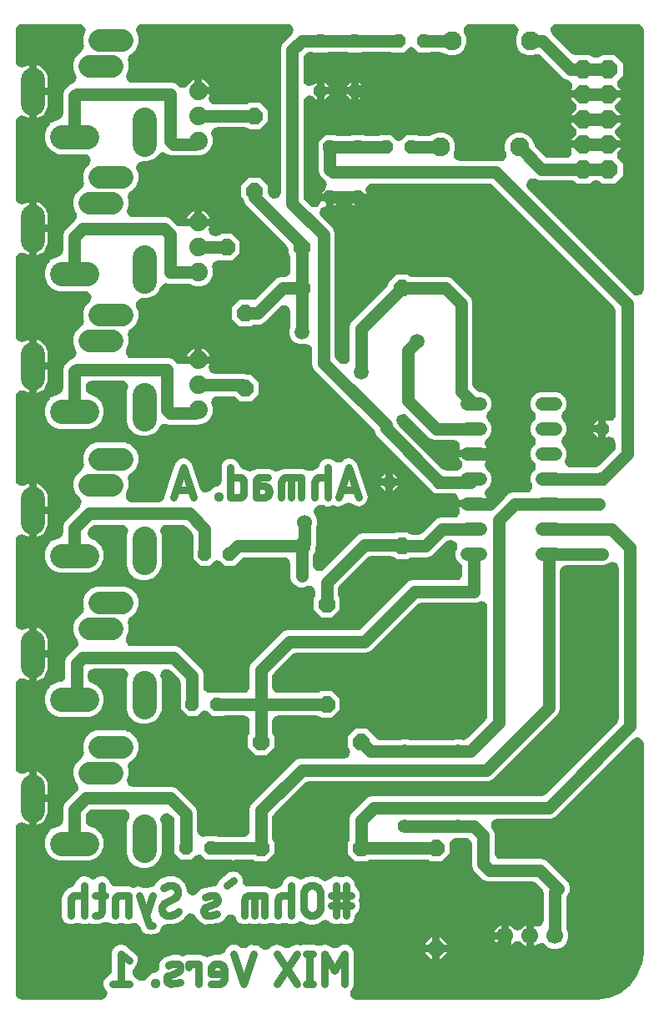
<source format=gbr>
G04 EAGLE Gerber RS-274X export*
G75*
%MOMM*%
%FSLAX34Y34*%
%LPD*%
%INBottom Copper*%
%IPPOS*%
%AMOC8*
5,1,8,0,0,1.08239X$1,22.5*%
G01*
G04 Define Apertures*
%ADD10C,0.762000*%
%ADD11P,1.42962X8X292.5*%
%ADD12P,1.42962X8X112.5*%
%ADD13P,1.42962X8X202.5*%
%ADD14C,1.408000*%
%ADD15C,1.930400*%
%ADD16C,1.320800*%
%ADD17C,2.476500*%
%ADD18C,2.286000*%
%ADD19P,2.03446X8X292.5*%
%ADD20P,1.81452X8X292.5*%
%ADD21P,1.81452X8X22.5*%
%ADD22P,1.42962X8X22.5*%
%ADD23P,1.81452X8X112.5*%
%ADD24C,1.700000*%
%ADD25P,1.81452X8X202.5*%
%ADD26C,1.270000*%
%ADD27C,1.879600*%
%ADD28C,1.270000*%
%ADD29C,1.500000*%
%ADD30C,1.524000*%
G36*
X733890Y764393D02*
X731421Y763851D01*
X728937Y764314D01*
X726830Y765710D01*
X620775Y871764D01*
X619522Y873546D01*
X618921Y876001D01*
X619324Y878496D01*
X620669Y880636D01*
X622742Y882081D01*
X625215Y882604D01*
X627696Y882121D01*
X631759Y880438D01*
X664907Y880438D01*
X667290Y879974D01*
X669397Y878578D01*
X670585Y877390D01*
X682579Y877390D01*
X683767Y878578D01*
X685781Y879935D01*
X688257Y880438D01*
X690307Y880438D01*
X692690Y879974D01*
X694797Y878578D01*
X695985Y877390D01*
X707979Y877390D01*
X716460Y885871D01*
X716460Y897865D01*
X712451Y901874D01*
X711135Y903794D01*
X710592Y906263D01*
X711056Y908747D01*
X712451Y910854D01*
X713920Y912323D01*
X713920Y913458D01*
X698172Y913458D01*
X698172Y921078D01*
X713920Y921078D01*
X713920Y922213D01*
X710655Y925478D01*
X709338Y927398D01*
X708796Y929867D01*
X709260Y932351D01*
X710655Y934458D01*
X713920Y937723D01*
X713920Y938858D01*
X698172Y938858D01*
X698172Y946478D01*
X713920Y946478D01*
X713920Y947613D01*
X710655Y950878D01*
X709338Y952798D01*
X708796Y955267D01*
X709260Y957751D01*
X710655Y959858D01*
X713920Y963123D01*
X713920Y964258D01*
X698172Y964258D01*
X698172Y971878D01*
X713920Y971878D01*
X713920Y973013D01*
X712451Y974482D01*
X711135Y976402D01*
X710592Y978871D01*
X711056Y981355D01*
X712451Y983462D01*
X716460Y987471D01*
X716460Y999465D01*
X707979Y1007946D01*
X695985Y1007946D01*
X695104Y1007065D01*
X693091Y1005708D01*
X690614Y1005205D01*
X687950Y1005205D01*
X685567Y1005669D01*
X683460Y1007065D01*
X682579Y1007946D01*
X668199Y1007946D01*
X665816Y1008410D01*
X663709Y1009806D01*
X644985Y1028530D01*
X643710Y1030358D01*
X643128Y1032818D01*
X643552Y1035309D01*
X644914Y1037438D01*
X646998Y1038867D01*
X649475Y1039370D01*
X731320Y1039370D01*
X733609Y1038943D01*
X735738Y1037581D01*
X737167Y1035497D01*
X737670Y1033020D01*
X737670Y770200D01*
X737279Y768005D01*
X735951Y765855D01*
X733890Y764393D01*
G37*
G36*
X189374Y50033D02*
X186897Y49530D01*
X106680Y49530D01*
X104391Y49957D01*
X102262Y51319D01*
X100833Y53403D01*
X100330Y55880D01*
X100330Y223195D01*
X100739Y225437D01*
X102084Y227577D01*
X104157Y229022D01*
X106629Y229545D01*
X109110Y229062D01*
X113983Y227044D01*
X113983Y280956D01*
X109110Y278938D01*
X106882Y278458D01*
X104391Y278882D01*
X102262Y280244D01*
X100833Y282328D01*
X100330Y284805D01*
X100330Y369245D01*
X100739Y371487D01*
X102084Y373627D01*
X104157Y375072D01*
X106629Y375595D01*
X109110Y375112D01*
X113983Y373094D01*
X113983Y427006D01*
X109110Y424988D01*
X106882Y424508D01*
X104391Y424932D01*
X102262Y426294D01*
X100833Y428378D01*
X100330Y430855D01*
X100330Y515295D01*
X100739Y517537D01*
X102084Y519677D01*
X104157Y521122D01*
X106629Y521645D01*
X109110Y521162D01*
X113983Y519144D01*
X113983Y573056D01*
X109110Y571038D01*
X106882Y570558D01*
X104391Y570982D01*
X102262Y572344D01*
X100833Y574428D01*
X100330Y576905D01*
X100330Y661345D01*
X100739Y663587D01*
X102084Y665727D01*
X104157Y667172D01*
X106629Y667695D01*
X109110Y667212D01*
X113983Y665194D01*
X113983Y719106D01*
X109110Y717088D01*
X106882Y716608D01*
X104391Y717032D01*
X102262Y718394D01*
X100833Y720478D01*
X100330Y722955D01*
X100330Y801045D01*
X100739Y803287D01*
X102084Y805427D01*
X104157Y806872D01*
X106629Y807395D01*
X109110Y806912D01*
X113983Y804894D01*
X113983Y858806D01*
X109110Y856788D01*
X106882Y856308D01*
X104391Y856732D01*
X102262Y858094D01*
X100833Y860178D01*
X100330Y862655D01*
X100330Y940056D01*
X100739Y942298D01*
X102084Y944438D01*
X104157Y945884D01*
X106629Y946406D01*
X109110Y945923D01*
X113983Y943905D01*
X113983Y997818D01*
X109110Y995799D01*
X106882Y995319D01*
X104391Y995743D01*
X102262Y997105D01*
X100833Y999189D01*
X100330Y1001666D01*
X100330Y1033020D01*
X100757Y1035309D01*
X102119Y1037438D01*
X104203Y1038867D01*
X106680Y1039370D01*
X164825Y1039370D01*
X167067Y1038961D01*
X169207Y1037616D01*
X170652Y1035543D01*
X171175Y1033071D01*
X170692Y1030590D01*
X168850Y1026144D01*
X168850Y1019576D01*
X169086Y1019006D01*
X169568Y1016728D01*
X169124Y1014240D01*
X167745Y1012122D01*
X166294Y1011143D01*
X161364Y1006213D01*
X158850Y1000145D01*
X158850Y993577D01*
X161407Y987405D01*
X161888Y985127D01*
X161445Y982639D01*
X160066Y980521D01*
X157970Y979109D01*
X155450Y978065D01*
X150101Y972715D01*
X148360Y968514D01*
X148360Y948400D01*
X147915Y946064D01*
X146536Y943946D01*
X144440Y942534D01*
X137250Y939555D01*
X135123Y939079D01*
X135088Y939085D01*
X134828Y937688D01*
X133432Y935582D01*
X132604Y934753D01*
X129945Y928335D01*
X129945Y921388D01*
X132604Y914970D01*
X137516Y910058D01*
X143934Y907399D01*
X170232Y907399D01*
X172426Y907008D01*
X174576Y905680D01*
X176039Y903619D01*
X176581Y901150D01*
X176118Y898666D01*
X174722Y896559D01*
X171364Y893201D01*
X168850Y887133D01*
X168850Y880565D01*
X169086Y879995D01*
X169568Y877717D01*
X169124Y875229D01*
X167745Y873111D01*
X166294Y872132D01*
X161364Y867202D01*
X158850Y861134D01*
X158850Y854566D01*
X161744Y847580D01*
X161888Y847370D01*
X162430Y844902D01*
X161967Y842417D01*
X160571Y840311D01*
X150101Y829840D01*
X148360Y825639D01*
X148360Y809389D01*
X147915Y807053D01*
X146536Y804935D01*
X144440Y803523D01*
X137250Y800544D01*
X135123Y800068D01*
X135088Y800074D01*
X134828Y798677D01*
X133432Y796570D01*
X132604Y795742D01*
X129945Y789324D01*
X129945Y782377D01*
X132604Y775959D01*
X137516Y771047D01*
X143934Y768388D01*
X170921Y768388D01*
X173115Y767997D01*
X175265Y766669D01*
X176727Y764608D01*
X177270Y762139D01*
X176806Y759655D01*
X175411Y757548D01*
X171364Y753501D01*
X168850Y747433D01*
X168850Y740865D01*
X169086Y740295D01*
X169568Y738017D01*
X169124Y735529D01*
X167745Y733411D01*
X166294Y732432D01*
X161364Y727502D01*
X158850Y721434D01*
X158850Y714866D01*
X161650Y708106D01*
X162132Y705828D01*
X161688Y703340D01*
X160310Y701222D01*
X158214Y699810D01*
X155450Y698665D01*
X150101Y693315D01*
X148360Y689114D01*
X148360Y669689D01*
X147915Y667353D01*
X146536Y665235D01*
X144440Y663823D01*
X137250Y660844D01*
X135123Y660368D01*
X135088Y660374D01*
X134828Y658977D01*
X133432Y656870D01*
X132604Y656042D01*
X129945Y649624D01*
X129945Y642677D01*
X132604Y636259D01*
X137516Y631347D01*
X143934Y628688D01*
X175646Y628688D01*
X182065Y631347D01*
X186977Y636259D01*
X189635Y642677D01*
X189635Y649624D01*
X186977Y656042D01*
X182065Y660955D01*
X175140Y663823D01*
X173152Y665128D01*
X171723Y667213D01*
X171220Y669689D01*
X171220Y671195D01*
X171647Y673484D01*
X173009Y675613D01*
X175094Y677042D01*
X177570Y677545D01*
X208189Y677545D01*
X210431Y677136D01*
X212570Y675791D01*
X214016Y673718D01*
X214539Y671246D01*
X214055Y668765D01*
X213326Y667004D01*
X213326Y635292D01*
X215984Y628874D01*
X220931Y623928D01*
X221653Y622901D01*
X221978Y622969D01*
X224459Y622486D01*
X227315Y621303D01*
X234262Y621303D01*
X240680Y623962D01*
X245592Y628874D01*
X246018Y629901D01*
X247288Y631853D01*
X249361Y633299D01*
X251834Y633821D01*
X254315Y633338D01*
X254901Y633095D01*
X285780Y633095D01*
X286418Y633222D01*
X288630Y633222D01*
X293951Y635426D01*
X298024Y639499D01*
X300228Y644820D01*
X300228Y650580D01*
X299271Y652890D01*
X298791Y655118D01*
X299215Y657609D01*
X300577Y659738D01*
X302661Y661167D01*
X305138Y661670D01*
X319962Y661670D01*
X322345Y661206D01*
X324452Y659810D01*
X327799Y656463D01*
X338951Y656463D01*
X346837Y664349D01*
X346837Y675501D01*
X338951Y683387D01*
X336496Y683387D01*
X334066Y683870D01*
X332474Y684530D01*
X302388Y684530D01*
X300147Y684939D01*
X298007Y686284D01*
X296561Y688357D01*
X296039Y690829D01*
X296522Y693310D01*
X297093Y694690D01*
X271907Y694690D01*
X271907Y696181D01*
X270032Y694851D01*
X267563Y694309D01*
X265079Y694772D01*
X262972Y696168D01*
X260475Y698665D01*
X256274Y700405D01*
X218244Y700405D01*
X216002Y700814D01*
X213862Y702159D01*
X212417Y704232D01*
X211894Y706704D01*
X212377Y709185D01*
X214730Y714866D01*
X214730Y721434D01*
X214494Y722004D01*
X214013Y724282D01*
X214456Y726770D01*
X215835Y728888D01*
X217287Y729867D01*
X222217Y734797D01*
X224730Y740865D01*
X224730Y747433D01*
X222746Y752223D01*
X222266Y754451D01*
X222690Y756942D01*
X224052Y759071D01*
X226136Y760500D01*
X228613Y761003D01*
X234262Y761003D01*
X240680Y763662D01*
X245592Y768574D01*
X247141Y772311D01*
X248411Y774263D01*
X250484Y775709D01*
X252956Y776231D01*
X254298Y775970D01*
X274249Y775970D01*
X276679Y775487D01*
X282870Y772922D01*
X288630Y772922D01*
X293951Y775126D01*
X298024Y779199D01*
X300228Y784520D01*
X300228Y790280D01*
X300014Y790796D01*
X299538Y792922D01*
X299922Y795420D01*
X301250Y797570D01*
X303311Y799032D01*
X305780Y799575D01*
X307049Y799338D01*
X319901Y799338D01*
X327787Y807224D01*
X327787Y818376D01*
X319901Y826262D01*
X308749Y826262D01*
X308577Y826090D01*
X306563Y824733D01*
X304087Y824230D01*
X302388Y824230D01*
X300147Y824639D01*
X298007Y825984D01*
X296561Y828057D01*
X296039Y830529D01*
X296522Y833010D01*
X297093Y834390D01*
X271907Y834390D01*
X271907Y835881D01*
X270032Y834551D01*
X267563Y834009D01*
X265079Y834472D01*
X262972Y835868D01*
X257300Y841540D01*
X253099Y843280D01*
X219559Y843280D01*
X217317Y843689D01*
X215177Y845034D01*
X213732Y847107D01*
X213209Y849579D01*
X213692Y852060D01*
X214730Y854566D01*
X214730Y861134D01*
X214494Y861704D01*
X214013Y863982D01*
X214456Y866470D01*
X215835Y868588D01*
X217287Y869567D01*
X222217Y874497D01*
X224730Y880565D01*
X224730Y887133D01*
X223032Y891234D01*
X222551Y893462D01*
X222975Y895953D01*
X224337Y898082D01*
X226421Y899511D01*
X228898Y900014D01*
X234262Y900014D01*
X240680Y902673D01*
X245394Y907386D01*
X247314Y908703D01*
X249783Y909245D01*
X252267Y908782D01*
X253197Y908166D01*
X258076Y906145D01*
X285780Y906145D01*
X286418Y906272D01*
X288630Y906272D01*
X293951Y908476D01*
X298024Y912549D01*
X300228Y917870D01*
X300228Y923630D01*
X299271Y925940D01*
X298791Y928168D01*
X299215Y930659D01*
X300577Y932788D01*
X302661Y934217D01*
X305138Y934720D01*
X332662Y934720D01*
X335045Y934256D01*
X337152Y932860D01*
X337324Y932688D01*
X348476Y932688D01*
X356362Y940574D01*
X356362Y951726D01*
X348476Y959612D01*
X337324Y959612D01*
X337152Y959440D01*
X335138Y958083D01*
X332662Y957580D01*
X302388Y957580D01*
X300147Y957989D01*
X298007Y959334D01*
X296561Y961407D01*
X296039Y963879D01*
X296522Y966360D01*
X297093Y967740D01*
X281940Y967740D01*
X281940Y982893D01*
X278988Y981671D01*
X275542Y978225D01*
X274449Y976532D01*
X272388Y975070D01*
X269920Y974527D01*
X267435Y974991D01*
X265328Y976386D01*
X263650Y978065D01*
X259449Y979805D01*
X218529Y979805D01*
X216287Y980214D01*
X214148Y981559D01*
X212702Y983632D01*
X212179Y986104D01*
X212663Y988585D01*
X214730Y993577D01*
X214730Y1000145D01*
X214494Y1000715D01*
X214013Y1002994D01*
X214456Y1005482D01*
X215835Y1007600D01*
X217287Y1008578D01*
X222217Y1013508D01*
X224730Y1019576D01*
X224730Y1026144D01*
X222889Y1030590D01*
X222409Y1032818D01*
X222832Y1035309D01*
X224194Y1037438D01*
X226279Y1038867D01*
X228755Y1039370D01*
X376050Y1039370D01*
X378245Y1038979D01*
X380395Y1037651D01*
X381857Y1035590D01*
X382399Y1033121D01*
X381936Y1030637D01*
X380540Y1028530D01*
X371310Y1019300D01*
X369570Y1015099D01*
X369570Y868425D01*
X369179Y866230D01*
X367851Y864080D01*
X365790Y862618D01*
X363321Y862076D01*
X360837Y862539D01*
X358730Y863935D01*
X358222Y864443D01*
X356865Y866456D01*
X356362Y868933D01*
X356362Y875526D01*
X348476Y883412D01*
X337324Y883412D01*
X329438Y875526D01*
X329438Y864374D01*
X329859Y863953D01*
X331235Y861893D01*
X333210Y857125D01*
X375203Y815132D01*
X376560Y813119D01*
X377063Y810642D01*
X377063Y807224D01*
X377235Y807052D01*
X378592Y805038D01*
X379095Y802562D01*
X379095Y789305D01*
X378668Y787016D01*
X377306Y784887D01*
X375222Y783458D01*
X372745Y782955D01*
X369201Y782955D01*
X365000Y781215D01*
X345232Y761447D01*
X343219Y760090D01*
X340742Y759587D01*
X327799Y759587D01*
X319913Y751701D01*
X319913Y740549D01*
X327799Y732663D01*
X338951Y732663D01*
X339123Y732835D01*
X341137Y734192D01*
X343613Y734695D01*
X348349Y734695D01*
X352550Y736435D01*
X368255Y752140D01*
X370083Y753415D01*
X372543Y753997D01*
X375034Y753573D01*
X377163Y752211D01*
X378592Y750127D01*
X379095Y747650D01*
X379095Y733617D01*
X378612Y731187D01*
X377945Y729577D01*
X377945Y724573D01*
X379860Y719949D01*
X383399Y716410D01*
X388023Y714495D01*
X393477Y714495D01*
X394768Y714773D01*
X397259Y714350D01*
X399388Y712988D01*
X400817Y710903D01*
X401320Y708427D01*
X401320Y693336D01*
X403060Y689135D01*
X462966Y629229D01*
X464343Y627169D01*
X466306Y622429D01*
X516681Y572054D01*
X517424Y570953D01*
X525385Y562991D01*
X536698Y562991D01*
X537949Y563245D01*
X543617Y563245D01*
X545858Y562836D01*
X547998Y561491D01*
X549444Y559418D01*
X549966Y556946D01*
X549833Y556260D01*
X568960Y556260D01*
X568960Y548640D01*
X550227Y548640D01*
X550798Y547260D01*
X551279Y545032D01*
X550855Y542541D01*
X549493Y540412D01*
X547408Y538983D01*
X544932Y538480D01*
X531126Y538480D01*
X526925Y536740D01*
X513126Y522941D01*
X511113Y521584D01*
X508636Y521081D01*
X502986Y521081D01*
X500603Y521545D01*
X498496Y522941D01*
X498324Y523113D01*
X486518Y523113D01*
X486510Y523108D01*
X484033Y522605D01*
X451751Y522605D01*
X447550Y520865D01*
X412795Y486110D01*
X410967Y484835D01*
X408507Y484253D01*
X406016Y484677D01*
X403887Y486039D01*
X402458Y488123D01*
X401955Y490600D01*
X401955Y498790D01*
X402419Y501173D01*
X403815Y503280D01*
X404610Y504075D01*
X404610Y507411D01*
X405093Y509841D01*
X405130Y509930D01*
X405130Y526489D01*
X405613Y528919D01*
X406400Y530818D01*
X406400Y535871D01*
X404329Y540871D01*
X403470Y542113D01*
X402908Y544577D01*
X403351Y547065D01*
X404730Y549183D01*
X406826Y550596D01*
X408224Y551175D01*
X410604Y551658D01*
X413085Y551175D01*
X415660Y550108D01*
X419196Y550108D01*
X420341Y550583D01*
X422270Y551046D01*
X424779Y550740D01*
X426983Y550005D01*
X430511Y550256D01*
X434164Y552083D01*
X436126Y553427D01*
X438626Y553793D01*
X441072Y553155D01*
X442603Y551976D01*
X446043Y550256D01*
X449571Y550005D01*
X452926Y551124D01*
X455598Y553441D01*
X457179Y556604D01*
X457430Y560132D01*
X455113Y567083D01*
X454975Y567933D01*
X454317Y569521D01*
X454160Y569943D01*
X447318Y590467D01*
X447052Y591808D01*
X446713Y592485D01*
X446368Y593317D01*
X446129Y594036D01*
X445492Y594988D01*
X444920Y595485D01*
X444283Y596121D01*
X443787Y596694D01*
X442834Y597330D01*
X442116Y597570D01*
X441284Y597914D01*
X440606Y598253D01*
X439483Y598477D01*
X438727Y598423D01*
X437827Y598423D01*
X437071Y598477D01*
X435948Y598253D01*
X435270Y597914D01*
X434438Y597570D01*
X433720Y597330D01*
X432767Y596694D01*
X432597Y596498D01*
X430370Y594852D01*
X427901Y594309D01*
X425417Y594773D01*
X423310Y596168D01*
X422464Y597015D01*
X419196Y598368D01*
X415659Y598368D01*
X412392Y597015D01*
X409891Y594514D01*
X408513Y591187D01*
X407172Y589163D01*
X405076Y587750D01*
X401500Y586269D01*
X399171Y585786D01*
X396687Y586250D01*
X396445Y586410D01*
X392103Y588208D01*
X372316Y588208D01*
X367195Y586087D01*
X364866Y585605D01*
X362382Y586068D01*
X361712Y586512D01*
X357616Y588208D01*
X346296Y588208D01*
X340339Y585741D01*
X337960Y585258D01*
X335479Y585741D01*
X330629Y587750D01*
X328604Y589091D01*
X327192Y591187D01*
X325814Y594514D01*
X323313Y597015D01*
X320046Y598368D01*
X316509Y598368D01*
X313241Y597015D01*
X310741Y594514D01*
X309387Y591247D01*
X309387Y575932D01*
X308960Y573643D01*
X307598Y571514D01*
X305514Y570085D01*
X303483Y569672D01*
X299997Y568228D01*
X297677Y565908D01*
X295803Y564612D01*
X293339Y564050D01*
X290851Y564494D01*
X288733Y565873D01*
X287320Y567968D01*
X286677Y569521D01*
X286520Y569943D01*
X279678Y590467D01*
X279412Y591808D01*
X279073Y592485D01*
X278728Y593317D01*
X278489Y594036D01*
X277852Y594988D01*
X277280Y595485D01*
X276643Y596121D01*
X276147Y596694D01*
X275195Y597330D01*
X274476Y597570D01*
X273644Y597914D01*
X272967Y598253D01*
X271843Y598477D01*
X271087Y598423D01*
X270187Y598423D01*
X269431Y598477D01*
X268308Y598253D01*
X267630Y597914D01*
X266798Y597570D01*
X266080Y597330D01*
X265127Y596694D01*
X264631Y596121D01*
X263994Y595485D01*
X263422Y594988D01*
X262785Y594036D01*
X262546Y593317D01*
X262201Y592485D01*
X261862Y591808D01*
X261596Y590467D01*
X254754Y569943D01*
X254597Y569521D01*
X253939Y567933D01*
X253801Y567083D01*
X251085Y558934D01*
X251078Y558936D01*
X251000Y558416D01*
X249638Y556287D01*
X247554Y554858D01*
X245077Y554355D01*
X218244Y554355D01*
X216002Y554764D01*
X213862Y556109D01*
X212417Y558182D01*
X211894Y560654D01*
X212377Y563135D01*
X214730Y568816D01*
X214730Y575384D01*
X214494Y575954D01*
X214013Y578232D01*
X214456Y580720D01*
X215835Y582838D01*
X217287Y583817D01*
X222217Y588747D01*
X224730Y594815D01*
X224730Y601383D01*
X222217Y607451D01*
X217539Y612129D01*
X216816Y613156D01*
X216491Y613088D01*
X214011Y613571D01*
X211504Y614609D01*
X182076Y614609D01*
X176008Y612095D01*
X171364Y607451D01*
X168850Y601383D01*
X168850Y594815D01*
X169086Y594245D01*
X169568Y591967D01*
X169124Y589479D01*
X167745Y587361D01*
X166294Y586382D01*
X161364Y581452D01*
X158850Y575384D01*
X158850Y568816D01*
X161364Y562748D01*
X165334Y558778D01*
X166650Y556858D01*
X167193Y554389D01*
X166729Y551905D01*
X165334Y549798D01*
X150101Y534565D01*
X148360Y530364D01*
X148360Y523639D01*
X147915Y521303D01*
X146536Y519185D01*
X144440Y517773D01*
X137250Y514794D01*
X135123Y514318D01*
X135088Y514324D01*
X134828Y512927D01*
X133432Y510820D01*
X132604Y509992D01*
X129945Y503574D01*
X129945Y496627D01*
X132604Y490209D01*
X137516Y485297D01*
X143934Y482638D01*
X175646Y482638D01*
X182065Y485297D01*
X186977Y490209D01*
X189635Y496627D01*
X189635Y503574D01*
X186977Y509992D01*
X182065Y514905D01*
X177201Y516919D01*
X175286Y518155D01*
X173824Y520216D01*
X173281Y522685D01*
X173745Y525169D01*
X175141Y527276D01*
X177500Y529635D01*
X179513Y530992D01*
X181990Y531495D01*
X208189Y531495D01*
X210431Y531086D01*
X212570Y529741D01*
X214016Y527668D01*
X214539Y525196D01*
X214055Y522715D01*
X213326Y520954D01*
X213326Y489242D01*
X215984Y482824D01*
X220931Y477878D01*
X221653Y476851D01*
X221978Y476919D01*
X224459Y476436D01*
X227315Y475253D01*
X234262Y475253D01*
X240680Y477912D01*
X245592Y482824D01*
X248251Y489242D01*
X248251Y520954D01*
X247522Y522715D01*
X247041Y524943D01*
X247465Y527434D01*
X248827Y529563D01*
X250911Y530992D01*
X253388Y531495D01*
X268860Y531495D01*
X271243Y531031D01*
X273350Y529635D01*
X278810Y524175D01*
X280167Y522162D01*
X280670Y519685D01*
X280670Y509374D01*
X280416Y508070D01*
X280416Y496810D01*
X287260Y489966D01*
X296940Y489966D01*
X300310Y493336D01*
X302230Y494653D01*
X304699Y495195D01*
X307183Y494732D01*
X309290Y493336D01*
X312660Y489966D01*
X322340Y489966D01*
X328735Y496361D01*
X330748Y497718D01*
X333225Y498221D01*
X372745Y498221D01*
X375034Y497794D01*
X377163Y496432D01*
X378592Y494348D01*
X379095Y491871D01*
X379095Y477151D01*
X380835Y472950D01*
X384050Y469735D01*
X388251Y467995D01*
X392799Y467995D01*
X395715Y469203D01*
X397943Y469683D01*
X400434Y469259D01*
X402563Y467898D01*
X403992Y465813D01*
X404495Y463336D01*
X404495Y461088D01*
X404031Y458705D01*
X402635Y456598D01*
X402463Y456426D01*
X402463Y445274D01*
X410349Y437388D01*
X421501Y437388D01*
X429387Y445274D01*
X429387Y456426D01*
X429215Y456598D01*
X427858Y458612D01*
X427355Y461088D01*
X427355Y465710D01*
X427819Y468093D01*
X429215Y470200D01*
X456900Y497885D01*
X458913Y499242D01*
X461390Y499745D01*
X480985Y499745D01*
X483369Y499281D01*
X485476Y497885D01*
X487172Y496189D01*
X498324Y496189D01*
X498496Y496361D01*
X500509Y497718D01*
X502986Y498221D01*
X518275Y498221D01*
X522476Y499961D01*
X536275Y513760D01*
X538288Y515117D01*
X540765Y515620D01*
X542182Y515620D01*
X544424Y515211D01*
X546564Y513866D01*
X548010Y511793D01*
X548532Y509321D01*
X548049Y506840D01*
X546862Y503974D01*
X546862Y499326D01*
X548641Y495032D01*
X551860Y491812D01*
X553217Y489799D01*
X553720Y487322D01*
X553720Y481330D01*
X553293Y479041D01*
X551931Y476912D01*
X549847Y475483D01*
X547370Y474980D01*
X502551Y474980D01*
X498350Y473240D01*
X451150Y426040D01*
X449137Y424683D01*
X446660Y424180D01*
X375551Y424180D01*
X371350Y422440D01*
X339560Y390650D01*
X337820Y386449D01*
X337820Y367030D01*
X337393Y364741D01*
X336031Y362612D01*
X333947Y361183D01*
X331470Y360680D01*
X312524Y360680D01*
X311220Y360934D01*
X298003Y360934D01*
X297382Y360787D01*
X294891Y361211D01*
X292762Y362573D01*
X291333Y364657D01*
X290830Y367134D01*
X290830Y380099D01*
X289090Y384300D01*
X266825Y406565D01*
X262624Y408305D01*
X218244Y408305D01*
X216002Y408714D01*
X213862Y410059D01*
X212417Y412132D01*
X211894Y414604D01*
X212377Y417085D01*
X214730Y422766D01*
X214730Y429334D01*
X214494Y429904D01*
X214013Y432182D01*
X214456Y434670D01*
X215835Y436788D01*
X217287Y437767D01*
X222217Y442697D01*
X224730Y448765D01*
X224730Y455333D01*
X222217Y461401D01*
X217539Y466079D01*
X216816Y467106D01*
X216491Y467038D01*
X214011Y467521D01*
X211504Y468559D01*
X182076Y468559D01*
X176008Y466045D01*
X171364Y461401D01*
X168850Y455333D01*
X168850Y448765D01*
X169086Y448195D01*
X169568Y445917D01*
X169124Y443429D01*
X167745Y441311D01*
X166294Y440332D01*
X161364Y435402D01*
X158850Y429334D01*
X158850Y422766D01*
X161364Y416698D01*
X162159Y415903D01*
X163475Y413983D01*
X164018Y411514D01*
X163554Y409030D01*
X162159Y406923D01*
X152235Y397000D01*
X150495Y392799D01*
X150495Y377863D01*
X150068Y375574D01*
X148706Y373445D01*
X146622Y372016D01*
X144145Y371513D01*
X143934Y371513D01*
X137250Y368744D01*
X135123Y368268D01*
X135088Y368274D01*
X134828Y366877D01*
X133432Y364770D01*
X132604Y363942D01*
X129945Y357524D01*
X129945Y350577D01*
X132604Y344159D01*
X137516Y339247D01*
X143934Y336588D01*
X175646Y336588D01*
X182065Y339247D01*
X186977Y344159D01*
X189635Y350577D01*
X189635Y357524D01*
X186977Y363942D01*
X182065Y368855D01*
X177275Y370839D01*
X175287Y372144D01*
X173858Y374228D01*
X173355Y376705D01*
X173355Y379095D01*
X173782Y381384D01*
X175144Y383513D01*
X177228Y384942D01*
X179705Y385445D01*
X208189Y385445D01*
X210431Y385036D01*
X212570Y383691D01*
X214016Y381618D01*
X214539Y379146D01*
X214055Y376665D01*
X213326Y374904D01*
X213326Y343192D01*
X215984Y336774D01*
X220931Y331828D01*
X221653Y330801D01*
X221978Y330869D01*
X224459Y330386D01*
X227315Y329203D01*
X234262Y329203D01*
X240680Y331862D01*
X245592Y336774D01*
X248251Y343192D01*
X248251Y374904D01*
X247806Y375977D01*
X247330Y378104D01*
X247714Y380602D01*
X249042Y382752D01*
X251103Y384214D01*
X253572Y384757D01*
X256056Y384293D01*
X258163Y382897D01*
X266110Y374950D01*
X267467Y372937D01*
X267970Y370460D01*
X267970Y356974D01*
X267716Y355670D01*
X267716Y344410D01*
X274560Y337566D01*
X284240Y337566D01*
X287610Y340936D01*
X289530Y342253D01*
X291999Y342795D01*
X294483Y342332D01*
X296590Y340936D01*
X299960Y337566D01*
X311273Y337566D01*
X312524Y337820D01*
X331470Y337820D01*
X333759Y337393D01*
X335888Y336031D01*
X337317Y333947D01*
X337820Y331470D01*
X337820Y321388D01*
X337356Y319005D01*
X335960Y316898D01*
X335788Y316726D01*
X335788Y305574D01*
X343674Y297688D01*
X354826Y297688D01*
X362712Y305574D01*
X362712Y316726D01*
X362540Y316898D01*
X361183Y318912D01*
X360680Y321388D01*
X360680Y331470D01*
X361107Y333759D01*
X362469Y335888D01*
X364553Y337317D01*
X367030Y337820D01*
X405687Y337820D01*
X408070Y337356D01*
X410177Y335960D01*
X410349Y335788D01*
X421501Y335788D01*
X429387Y343674D01*
X429387Y354826D01*
X421501Y362712D01*
X410349Y362712D01*
X410177Y362540D01*
X408163Y361183D01*
X405687Y360680D01*
X367030Y360680D01*
X364741Y361107D01*
X362612Y362469D01*
X361183Y364553D01*
X360680Y367030D01*
X360680Y376810D01*
X361144Y379193D01*
X362540Y381300D01*
X380700Y399460D01*
X382713Y400817D01*
X385190Y401320D01*
X456299Y401320D01*
X460500Y403060D01*
X507700Y450260D01*
X509713Y451617D01*
X512190Y452120D01*
X567424Y452120D01*
X570340Y453328D01*
X572568Y453808D01*
X575059Y453384D01*
X577188Y452023D01*
X578617Y449938D01*
X579120Y447461D01*
X579120Y337565D01*
X578656Y335182D01*
X577260Y333075D01*
X559102Y314916D01*
X557135Y313579D01*
X554662Y313057D01*
X552182Y313540D01*
X551686Y313745D01*
X546864Y313745D01*
X546365Y313538D01*
X543935Y313055D01*
X500640Y313055D01*
X498210Y313538D01*
X497711Y313745D01*
X492889Y313745D01*
X492390Y313538D01*
X489960Y313055D01*
X470613Y313055D01*
X468230Y313519D01*
X466123Y314915D01*
X456426Y324612D01*
X445274Y324612D01*
X437388Y316726D01*
X437388Y305574D01*
X438117Y304845D01*
X439392Y303017D01*
X439973Y300557D01*
X439550Y298066D01*
X438188Y295937D01*
X436103Y294508D01*
X433627Y294005D01*
X388251Y294005D01*
X384050Y292265D01*
X339560Y247775D01*
X337820Y243574D01*
X337820Y220980D01*
X337393Y218691D01*
X336031Y216562D01*
X333947Y215133D01*
X331470Y214630D01*
X306174Y214630D01*
X304870Y214884D01*
X291653Y214884D01*
X291032Y214737D01*
X288541Y215161D01*
X286412Y216523D01*
X284983Y218607D01*
X284480Y221084D01*
X284480Y240399D01*
X282740Y244600D01*
X263650Y263690D01*
X259449Y265430D01*
X219559Y265430D01*
X217317Y265839D01*
X215177Y267184D01*
X213732Y269257D01*
X213209Y271729D01*
X213692Y274210D01*
X214730Y276716D01*
X214730Y283284D01*
X214494Y283854D01*
X214013Y286132D01*
X214456Y288620D01*
X215835Y290738D01*
X217287Y291717D01*
X222217Y296647D01*
X224730Y302715D01*
X224730Y309283D01*
X222217Y315351D01*
X217539Y320029D01*
X216816Y321056D01*
X216491Y320988D01*
X214011Y321471D01*
X211504Y322509D01*
X182076Y322509D01*
X176008Y319995D01*
X171364Y315351D01*
X168850Y309283D01*
X168850Y302715D01*
X169086Y302145D01*
X169568Y299867D01*
X169124Y297379D01*
X167745Y295261D01*
X166294Y294282D01*
X161364Y289352D01*
X158850Y283284D01*
X158850Y276716D01*
X161364Y270648D01*
X162159Y269853D01*
X163475Y267933D01*
X164018Y265464D01*
X163554Y262980D01*
X162159Y260873D01*
X150101Y248815D01*
X148360Y244614D01*
X148360Y231539D01*
X147915Y229203D01*
X146536Y227085D01*
X144440Y225673D01*
X137250Y222694D01*
X135123Y222218D01*
X135088Y222224D01*
X134828Y220827D01*
X133432Y218720D01*
X132604Y217892D01*
X129945Y211474D01*
X129945Y204527D01*
X132604Y198109D01*
X137516Y193197D01*
X143934Y190538D01*
X175646Y190538D01*
X182065Y193197D01*
X186977Y198109D01*
X189635Y204527D01*
X189635Y211474D01*
X186977Y217892D01*
X182065Y222805D01*
X175140Y225673D01*
X173152Y226978D01*
X171723Y229063D01*
X171220Y231539D01*
X171220Y234976D01*
X171685Y237359D01*
X173080Y239466D01*
X174325Y240710D01*
X176338Y242067D01*
X178815Y242570D01*
X209504Y242570D01*
X211746Y242161D01*
X213885Y240816D01*
X215331Y238743D01*
X215854Y236271D01*
X215370Y233790D01*
X213326Y228854D01*
X213326Y197142D01*
X215984Y190724D01*
X220897Y185812D01*
X227315Y183153D01*
X234262Y183153D01*
X240680Y185812D01*
X245592Y190724D01*
X248251Y197142D01*
X248251Y228854D01*
X247806Y229927D01*
X247330Y232054D01*
X247714Y234552D01*
X249042Y236702D01*
X251103Y238164D01*
X253572Y238707D01*
X256056Y238243D01*
X258163Y236847D01*
X259760Y235250D01*
X261117Y233237D01*
X261620Y230760D01*
X261620Y210924D01*
X261366Y209620D01*
X261366Y198360D01*
X268210Y191516D01*
X277890Y191516D01*
X281260Y194886D01*
X283180Y196203D01*
X285649Y196745D01*
X288133Y196282D01*
X290240Y194886D01*
X293610Y191516D01*
X304923Y191516D01*
X306174Y191770D01*
X318609Y191770D01*
X321568Y191035D01*
X321906Y191267D01*
X324383Y191770D01*
X339012Y191770D01*
X341395Y191306D01*
X343502Y189910D01*
X343674Y189738D01*
X354826Y189738D01*
X362712Y197624D01*
X362712Y208776D01*
X362540Y208948D01*
X361183Y210962D01*
X360680Y213438D01*
X360680Y233935D01*
X361144Y236318D01*
X362540Y238425D01*
X393400Y269285D01*
X395413Y270642D01*
X397890Y271145D01*
X580124Y271145D01*
X584325Y272885D01*
X651040Y339600D01*
X652780Y343801D01*
X652780Y483870D01*
X653207Y486159D01*
X654569Y488288D01*
X656653Y489717D01*
X659130Y490220D01*
X697599Y490220D01*
X701981Y492035D01*
X703458Y493065D01*
X705918Y493647D01*
X708409Y493223D01*
X710538Y491861D01*
X711967Y489777D01*
X712470Y487300D01*
X712470Y334390D01*
X712006Y332007D01*
X710610Y329900D01*
X638475Y257765D01*
X636462Y256408D01*
X633985Y255905D01*
X461276Y255905D01*
X457075Y254165D01*
X441160Y238250D01*
X439420Y234049D01*
X439420Y213438D01*
X438956Y211055D01*
X437560Y208948D01*
X437388Y208776D01*
X437388Y197624D01*
X445274Y189738D01*
X456426Y189738D01*
X456598Y189910D01*
X458612Y191267D01*
X461088Y191770D01*
X516812Y191770D01*
X519195Y191306D01*
X521302Y189910D01*
X521474Y189738D01*
X532626Y189738D01*
X540512Y197624D01*
X540512Y206955D01*
X540939Y209244D01*
X542301Y211373D01*
X544385Y212802D01*
X546862Y213305D01*
X551686Y213305D01*
X552185Y213512D01*
X554615Y213995D01*
X556895Y213995D01*
X559184Y213568D01*
X561313Y212206D01*
X562742Y210122D01*
X563245Y207645D01*
X563245Y185051D01*
X564985Y180850D01*
X574550Y171285D01*
X578751Y169545D01*
X624460Y169545D01*
X626843Y169081D01*
X628950Y167685D01*
X634410Y162225D01*
X635767Y160212D01*
X636270Y157735D01*
X636270Y129967D01*
X635861Y127725D01*
X634516Y125585D01*
X632443Y124139D01*
X629971Y123617D01*
X627490Y124100D01*
X626110Y124671D01*
X626110Y103929D01*
X628554Y104941D01*
X628714Y105101D01*
X630634Y106418D01*
X633103Y106960D01*
X635587Y106497D01*
X637694Y105101D01*
X640008Y102787D01*
X644999Y100720D01*
X650401Y100720D01*
X655392Y102787D01*
X659213Y106608D01*
X661280Y111599D01*
X661280Y117001D01*
X659613Y121025D01*
X659130Y123455D01*
X659130Y151385D01*
X659594Y153768D01*
X660326Y154872D01*
X662305Y159651D01*
X662305Y164199D01*
X660565Y168400D01*
X638300Y190665D01*
X634099Y192405D01*
X592455Y192405D01*
X590166Y192832D01*
X588037Y194194D01*
X586608Y196278D01*
X586105Y198755D01*
X586105Y218174D01*
X584290Y222556D01*
X583260Y224033D01*
X582678Y226493D01*
X583102Y228984D01*
X584464Y231113D01*
X586548Y232542D01*
X589025Y233045D01*
X643624Y233045D01*
X647825Y234785D01*
X726830Y313790D01*
X728658Y315065D01*
X731118Y315647D01*
X733609Y315223D01*
X735738Y313861D01*
X737167Y311777D01*
X737670Y309300D01*
X737670Y97823D01*
X737616Y96995D01*
X736187Y86139D01*
X735757Y84538D01*
X731567Y74422D01*
X730738Y72986D01*
X724073Y64299D01*
X722901Y63127D01*
X714214Y56462D01*
X712778Y55633D01*
X702662Y51443D01*
X701061Y51014D01*
X690205Y49584D01*
X689377Y49530D01*
X445987Y49530D01*
X443792Y49921D01*
X441642Y51249D01*
X440180Y53310D01*
X439637Y55779D01*
X440101Y58263D01*
X441497Y60370D01*
X441877Y60750D01*
X443230Y64018D01*
X443230Y95138D01*
X443299Y96073D01*
X443401Y96755D01*
X443249Y97989D01*
X442985Y98626D01*
X442691Y99516D01*
X442524Y100186D01*
X441911Y101267D01*
X441424Y101755D01*
X440812Y102465D01*
X440401Y103019D01*
X439421Y103784D01*
X438784Y104048D01*
X437947Y104469D01*
X437355Y104824D01*
X436158Y105156D01*
X435468Y105156D01*
X434533Y105225D01*
X433851Y105327D01*
X432617Y105175D01*
X431980Y104911D01*
X431090Y104617D01*
X430420Y104450D01*
X429339Y103837D01*
X428851Y103350D01*
X428141Y102738D01*
X427960Y102603D01*
X425215Y101440D01*
X422689Y101533D01*
X420400Y102603D01*
X420219Y102738D01*
X419509Y103350D01*
X419021Y103837D01*
X417940Y104450D01*
X417270Y104617D01*
X416380Y104911D01*
X415743Y105175D01*
X414509Y105327D01*
X413827Y105225D01*
X412892Y105156D01*
X412202Y105156D01*
X410856Y104783D01*
X410735Y104765D01*
X407841Y103951D01*
X405360Y104434D01*
X403617Y105156D01*
X393308Y105156D01*
X392927Y104998D01*
X389264Y104636D01*
X385753Y105330D01*
X382285Y104637D01*
X379136Y102528D01*
X376934Y101595D01*
X374407Y101567D01*
X372069Y102528D01*
X368920Y104637D01*
X365452Y105330D01*
X361983Y104644D01*
X359040Y102682D01*
X359030Y102667D01*
X356728Y100590D01*
X354305Y99874D01*
X351794Y100160D01*
X349593Y101403D01*
X346436Y104141D01*
X343081Y105259D01*
X339553Y105008D01*
X335900Y103182D01*
X333939Y101837D01*
X331438Y101471D01*
X328993Y102109D01*
X327461Y103288D01*
X324022Y105008D01*
X320494Y105259D01*
X317139Y104141D01*
X314467Y101823D01*
X312808Y98506D01*
X311690Y96928D01*
X309605Y95499D01*
X307129Y94996D01*
X302002Y94996D01*
X297214Y93013D01*
X294885Y92530D01*
X292400Y92993D01*
X292055Y93222D01*
X287772Y94996D01*
X274076Y94996D01*
X272258Y94243D01*
X269945Y93761D01*
X267459Y94218D01*
X265431Y95033D01*
X262763Y94995D01*
X262763Y94995D01*
X259880Y94954D01*
X254250Y93703D01*
X251620Y92519D01*
X250008Y91793D01*
X247584Y89217D01*
X246330Y85910D01*
X246422Y82912D01*
X245998Y80430D01*
X244636Y78301D01*
X242551Y76872D01*
X240074Y76369D01*
X239638Y76369D01*
X236370Y75016D01*
X233869Y72515D01*
X233831Y72421D01*
X232595Y70507D01*
X230534Y69045D01*
X228065Y68502D01*
X225581Y68966D01*
X223474Y70361D01*
X220817Y73018D01*
X219845Y74270D01*
X219015Y76656D01*
X219181Y79178D01*
X220317Y81435D01*
X220624Y81695D01*
X223523Y85320D01*
X224508Y88717D01*
X224117Y92232D01*
X222411Y95330D01*
X213223Y102681D01*
X212699Y103149D01*
X211888Y103960D01*
X211397Y104251D01*
X210295Y104570D01*
X209632Y104802D01*
X208572Y105241D01*
X208008Y105322D01*
X206867Y105195D01*
X206166Y105156D01*
X205019Y105156D01*
X204466Y105014D01*
X203461Y104461D01*
X202828Y104156D01*
X201768Y103717D01*
X201312Y103375D01*
X200595Y102479D01*
X200127Y101955D01*
X199316Y101144D01*
X199026Y100653D01*
X198706Y99551D01*
X198474Y98888D01*
X198035Y97828D01*
X197955Y97263D01*
X198081Y96123D01*
X198120Y95422D01*
X198120Y79476D01*
X197675Y77140D01*
X196296Y75022D01*
X194200Y73609D01*
X193508Y73323D01*
X191007Y70822D01*
X189653Y67554D01*
X189653Y64018D01*
X191007Y60750D01*
X191387Y60370D01*
X192662Y58542D01*
X193244Y56082D01*
X192820Y53591D01*
X191458Y51462D01*
X189374Y50033D01*
G37*
%LPC*%
G36*
X121603Y974671D02*
X132715Y974671D01*
X132715Y986212D01*
X130443Y991697D01*
X126245Y995894D01*
X121603Y997818D01*
X121603Y974671D01*
G37*
G36*
X289560Y975360D02*
X297093Y975360D01*
X295871Y978312D01*
X292512Y981671D01*
X289560Y982893D01*
X289560Y975360D01*
G37*
G36*
X121603Y967051D02*
X121603Y943905D01*
X126512Y945938D01*
X128638Y946414D01*
X128674Y946409D01*
X128934Y947805D01*
X130330Y949912D01*
X130443Y950026D01*
X132715Y955510D01*
X132715Y967051D01*
X121603Y967051D01*
G37*
G36*
X121603Y835660D02*
X132715Y835660D01*
X132715Y847201D01*
X130443Y852685D01*
X126245Y856883D01*
X121603Y858806D01*
X121603Y835660D01*
G37*
G36*
X289560Y842010D02*
X297093Y842010D01*
X295871Y844962D01*
X292512Y848321D01*
X289560Y849543D01*
X289560Y842010D01*
G37*
G36*
X274407Y842010D02*
X281940Y842010D01*
X281940Y849543D01*
X278988Y848321D01*
X275629Y844962D01*
X274407Y842010D01*
G37*
G36*
X121603Y828040D02*
X121603Y804894D01*
X126512Y806927D01*
X128638Y807403D01*
X128674Y807398D01*
X128934Y808794D01*
X130330Y810901D01*
X130443Y811015D01*
X132715Y816499D01*
X132715Y828040D01*
X121603Y828040D01*
G37*
G36*
X121603Y695960D02*
X132715Y695960D01*
X132715Y707501D01*
X130443Y712985D01*
X126245Y717183D01*
X121603Y719106D01*
X121603Y695960D01*
G37*
G36*
X274407Y702310D02*
X281940Y702310D01*
X281940Y709843D01*
X278988Y708621D01*
X275629Y705262D01*
X274407Y702310D01*
G37*
G36*
X289560Y702310D02*
X297093Y702310D01*
X295871Y705262D01*
X292512Y708621D01*
X289560Y709843D01*
X289560Y702310D01*
G37*
G36*
X121603Y688340D02*
X121603Y665194D01*
X126512Y667227D01*
X128638Y667703D01*
X128674Y667698D01*
X128934Y669094D01*
X130330Y671201D01*
X130443Y671315D01*
X132715Y676799D01*
X132715Y688340D01*
X121603Y688340D01*
G37*
G36*
X483235Y578485D02*
X488547Y578485D01*
X483235Y583797D01*
X483235Y578485D01*
G37*
G36*
X470303Y578485D02*
X475615Y578485D01*
X475615Y583797D01*
X470303Y578485D01*
G37*
G36*
X121603Y549910D02*
X132715Y549910D01*
X132715Y561451D01*
X130443Y566935D01*
X126245Y571133D01*
X121603Y573056D01*
X121603Y549910D01*
G37*
G36*
X470303Y570865D02*
X475615Y565553D01*
X475615Y570865D01*
X470303Y570865D01*
G37*
G36*
X483235Y570865D02*
X483235Y565553D01*
X488547Y570865D01*
X483235Y570865D01*
G37*
G36*
X121603Y542290D02*
X121603Y519144D01*
X126512Y521177D01*
X128638Y521653D01*
X128674Y521648D01*
X128934Y523044D01*
X130330Y525151D01*
X130443Y525265D01*
X132715Y530749D01*
X132715Y542290D01*
X121603Y542290D01*
G37*
G36*
X121603Y403860D02*
X132715Y403860D01*
X132715Y415401D01*
X130443Y420885D01*
X126245Y425083D01*
X121603Y427006D01*
X121603Y403860D01*
G37*
G36*
X121603Y396240D02*
X121603Y373094D01*
X126512Y375127D01*
X128638Y375603D01*
X128674Y375598D01*
X128934Y376994D01*
X130330Y379101D01*
X130443Y379215D01*
X132715Y384699D01*
X132715Y396240D01*
X121603Y396240D01*
G37*
G36*
X121603Y257810D02*
X132715Y257810D01*
X132715Y269351D01*
X130443Y274835D01*
X126245Y279033D01*
X121603Y280956D01*
X121603Y257810D01*
G37*
G36*
X121603Y250190D02*
X121603Y227044D01*
X126512Y229077D01*
X128638Y229553D01*
X128674Y229548D01*
X128934Y230944D01*
X130330Y233051D01*
X130443Y233165D01*
X132715Y238649D01*
X132715Y250190D01*
X121603Y250190D01*
G37*
G36*
X235706Y115808D02*
X237421Y115686D01*
X238270Y115824D01*
X240952Y115824D01*
X244219Y117177D01*
X246720Y119678D01*
X247708Y122064D01*
X249014Y124052D01*
X251098Y125481D01*
X253575Y125984D01*
X258552Y125984D01*
X264482Y127582D01*
X269792Y130667D01*
X271454Y132344D01*
X272481Y133986D01*
X275233Y136399D01*
X277695Y136968D01*
X280185Y136532D01*
X282307Y135160D01*
X283725Y133068D01*
X284303Y131684D01*
X288101Y127937D01*
X293052Y125947D01*
X295719Y125985D01*
X295720Y125985D01*
X298840Y126029D01*
X304980Y127146D01*
X307916Y128202D01*
X309580Y128801D01*
X312196Y131181D01*
X312703Y132258D01*
X313783Y133861D01*
X315832Y135340D01*
X318296Y135902D01*
X320784Y135458D01*
X322902Y134079D01*
X324315Y131983D01*
X325203Y129838D01*
X327704Y127337D01*
X330972Y125984D01*
X334508Y125984D01*
X335390Y126349D01*
X337769Y126832D01*
X340250Y126349D01*
X341132Y125984D01*
X344668Y125984D01*
X345550Y126349D01*
X347929Y126832D01*
X350410Y126349D01*
X351292Y125984D01*
X354828Y125984D01*
X357403Y127051D01*
X359783Y127534D01*
X362263Y127051D01*
X364838Y125984D01*
X368375Y125984D01*
X370950Y127051D01*
X373329Y127534D01*
X375810Y127051D01*
X378385Y125984D01*
X381922Y125984D01*
X385705Y127551D01*
X387721Y128736D01*
X390240Y128932D01*
X392637Y128129D01*
X394975Y126779D01*
X401003Y125716D01*
X407030Y126779D01*
X411650Y129446D01*
X414723Y130296D01*
X417208Y129833D01*
X419315Y128437D01*
X420414Y127337D01*
X423682Y125984D01*
X427218Y125984D01*
X428100Y126349D01*
X430479Y126832D01*
X432960Y126349D01*
X433842Y125984D01*
X437378Y125984D01*
X440646Y127337D01*
X443147Y129838D01*
X444500Y133106D01*
X444500Y133641D01*
X444964Y136025D01*
X446360Y138132D01*
X448227Y139998D01*
X449580Y143266D01*
X449580Y146802D01*
X449215Y147684D01*
X448732Y150063D01*
X449215Y152544D01*
X449580Y153426D01*
X449580Y156962D01*
X448227Y160230D01*
X446360Y162097D01*
X445003Y164110D01*
X444500Y166587D01*
X444500Y167122D01*
X443147Y170390D01*
X440646Y172891D01*
X437378Y174244D01*
X433842Y174244D01*
X432960Y173879D01*
X430581Y173396D01*
X428100Y173879D01*
X427218Y174244D01*
X423682Y174244D01*
X420414Y172891D01*
X419315Y171791D01*
X416566Y170175D01*
X414046Y169979D01*
X411650Y170782D01*
X407030Y173449D01*
X401003Y174512D01*
X394975Y173449D01*
X392637Y172099D01*
X389563Y171249D01*
X387078Y171713D01*
X385485Y172768D01*
X381922Y174244D01*
X378385Y174244D01*
X375118Y172891D01*
X372617Y170390D01*
X371239Y167063D01*
X369898Y165038D01*
X367802Y163626D01*
X364226Y162145D01*
X361897Y161662D01*
X359412Y162125D01*
X359171Y162285D01*
X354828Y164084D01*
X336916Y164084D01*
X333813Y164894D01*
X331898Y166543D01*
X330778Y168809D01*
X330678Y170515D01*
X329695Y174353D01*
X327573Y177183D01*
X324529Y178985D01*
X323485Y179134D01*
X321669Y179988D01*
X320185Y179269D01*
X317602Y178607D01*
X308000Y171405D01*
X305554Y167275D01*
X305475Y167322D01*
X304702Y166075D01*
X302638Y164616D01*
X300169Y164078D01*
X297662Y164042D01*
X292032Y162791D01*
X289403Y161607D01*
X287790Y160881D01*
X284659Y157554D01*
X282697Y156141D01*
X280237Y155559D01*
X277746Y155983D01*
X275617Y157345D01*
X274188Y159429D01*
X273768Y161495D01*
X271300Y167453D01*
X266894Y171859D01*
X261137Y174244D01*
X254518Y174244D01*
X247871Y172028D01*
X245630Y170348D01*
X242098Y166213D01*
X240155Y164680D01*
X237720Y164002D01*
X236789Y163936D01*
X235250Y163167D01*
X232010Y162509D01*
X229570Y163167D01*
X228031Y163936D01*
X224503Y164187D01*
X222006Y163355D01*
X220048Y163029D01*
X217568Y163512D01*
X216187Y164084D01*
X202034Y164084D01*
X199698Y164529D01*
X197580Y165908D01*
X196168Y168004D01*
X195179Y170390D01*
X192678Y172891D01*
X189411Y174244D01*
X185874Y174244D01*
X181993Y172636D01*
X181217Y172104D01*
X178748Y171562D01*
X176264Y172025D01*
X175408Y172592D01*
X171419Y174244D01*
X167883Y174244D01*
X164615Y172891D01*
X162114Y170390D01*
X160736Y167063D01*
X159395Y165038D01*
X157300Y163626D01*
X153271Y161957D01*
X149341Y158027D01*
X147214Y152893D01*
X147214Y133106D01*
X148568Y129838D01*
X151069Y127337D01*
X154336Y125984D01*
X157873Y125984D01*
X160448Y127051D01*
X162827Y127534D01*
X165308Y127051D01*
X167883Y125984D01*
X171419Y125984D01*
X172830Y126568D01*
X175210Y127052D01*
X177690Y126568D01*
X179101Y125984D01*
X185342Y125984D01*
X189799Y127830D01*
X192128Y128313D01*
X194613Y127850D01*
X194666Y127814D01*
X194669Y127821D01*
X199103Y125984D01*
X202640Y125984D01*
X205215Y127051D01*
X207595Y127534D01*
X210075Y127051D01*
X212650Y125984D01*
X216187Y125984D01*
X218396Y126899D01*
X220674Y127381D01*
X223162Y126937D01*
X225280Y125558D01*
X226693Y123463D01*
X227376Y121812D01*
X227534Y121390D01*
X228027Y119912D01*
X229128Y118810D01*
X229435Y118481D01*
X230456Y117304D01*
X231895Y116708D01*
X232305Y116521D01*
X233698Y115824D01*
X235256Y115824D01*
X235706Y115808D01*
G37*
G36*
X586529Y118110D02*
X593090Y118110D01*
X593090Y124671D01*
X590646Y123659D01*
X587541Y120554D01*
X586529Y118110D01*
G37*
G36*
X616046Y104941D02*
X618490Y103929D01*
X618490Y124671D01*
X616046Y123659D01*
X614090Y121703D01*
X612170Y120386D01*
X609701Y119844D01*
X607217Y120307D01*
X605110Y121703D01*
X603154Y123659D01*
X600710Y124671D01*
X600710Y103929D01*
X603154Y104941D01*
X605110Y106897D01*
X607030Y108214D01*
X609499Y108756D01*
X611983Y108293D01*
X614090Y106897D01*
X616046Y104941D01*
G37*
G36*
X530860Y105410D02*
X537972Y105410D01*
X537972Y106124D01*
X531574Y112522D01*
X530860Y112522D01*
X530860Y105410D01*
G37*
G36*
X516128Y105410D02*
X523240Y105410D01*
X523240Y112522D01*
X522526Y112522D01*
X516128Y106124D01*
X516128Y105410D01*
G37*
G36*
X590646Y104941D02*
X593090Y103929D01*
X593090Y110490D01*
X586529Y110490D01*
X587541Y108046D01*
X590646Y104941D01*
G37*
G36*
X530860Y90678D02*
X531574Y90678D01*
X537972Y97076D01*
X537972Y97790D01*
X530860Y97790D01*
X530860Y90678D01*
G37*
G36*
X522526Y90678D02*
X523240Y90678D01*
X523240Y97790D01*
X516128Y97790D01*
X516128Y97076D01*
X522526Y90678D01*
G37*
%LPD*%
G36*
X589019Y551786D02*
X586555Y551224D01*
X584067Y551668D01*
X581949Y553047D01*
X580536Y555142D01*
X579506Y557630D01*
X578272Y558864D01*
X576955Y560784D01*
X576413Y563253D01*
X576876Y565737D01*
X578272Y567844D01*
X581659Y571232D01*
X583438Y575526D01*
X583438Y580174D01*
X581659Y584468D01*
X578272Y587856D01*
X576955Y589776D01*
X576413Y592245D01*
X576876Y594729D01*
X578272Y596836D01*
X579506Y598070D01*
X580073Y599440D01*
X550227Y599440D01*
X550794Y598070D01*
X551919Y596945D01*
X553194Y595117D01*
X553776Y592657D01*
X553352Y590166D01*
X551990Y588037D01*
X549906Y586608D01*
X547429Y586105D01*
X537949Y586105D01*
X535566Y586569D01*
X535278Y586760D01*
X534953Y586823D01*
X532846Y588219D01*
X489026Y632039D01*
X487649Y634099D01*
X487288Y634971D01*
X486812Y637097D01*
X487196Y639595D01*
X488524Y641745D01*
X490585Y643208D01*
X493053Y643750D01*
X495538Y643286D01*
X497645Y641891D01*
X520575Y618960D01*
X524776Y617220D01*
X544932Y617220D01*
X547174Y616811D01*
X549313Y615466D01*
X550759Y613393D01*
X551282Y610921D01*
X550798Y608440D01*
X550227Y607060D01*
X580073Y607060D01*
X579506Y608430D01*
X578272Y609664D01*
X576955Y611584D01*
X576413Y614053D01*
X576876Y616537D01*
X578272Y618644D01*
X581659Y622032D01*
X583438Y626326D01*
X583438Y630974D01*
X581659Y635268D01*
X580068Y636860D01*
X578751Y638780D01*
X578209Y641249D01*
X578672Y643733D01*
X580068Y645840D01*
X581659Y647432D01*
X583438Y651726D01*
X583438Y656374D01*
X581659Y660668D01*
X578372Y663955D01*
X574078Y665734D01*
X572261Y665734D01*
X569878Y666198D01*
X567771Y667594D01*
X565740Y669625D01*
X564383Y671638D01*
X563880Y674115D01*
X563880Y757924D01*
X562140Y762125D01*
X543050Y781215D01*
X538849Y782955D01*
X502363Y782955D01*
X499980Y783419D01*
X497873Y784815D01*
X497701Y784987D01*
X486549Y784987D01*
X478663Y777101D01*
X478663Y776858D01*
X478199Y774475D01*
X476803Y772368D01*
X441160Y736725D01*
X439420Y732524D01*
X439420Y700435D01*
X439029Y698240D01*
X437701Y696090D01*
X435640Y694628D01*
X433171Y694085D01*
X430687Y694549D01*
X428580Y695944D01*
X426040Y698484D01*
X424683Y700498D01*
X424180Y702975D01*
X424180Y827774D01*
X422440Y831975D01*
X410799Y843616D01*
X409524Y845444D01*
X408942Y847904D01*
X409366Y850395D01*
X410728Y852524D01*
X412812Y853953D01*
X415289Y854456D01*
X415290Y854456D01*
X415290Y859790D01*
X409956Y859790D01*
X409956Y859789D01*
X409565Y857594D01*
X408237Y855444D01*
X406176Y853982D01*
X403707Y853440D01*
X401223Y853903D01*
X399116Y855299D01*
X394290Y860125D01*
X392933Y862138D01*
X392430Y864615D01*
X392430Y960433D01*
X392821Y962628D01*
X394149Y964778D01*
X396210Y966240D01*
X398679Y966782D01*
X401163Y966319D01*
X403270Y964923D01*
X405765Y962428D01*
X405765Y980672D01*
X403270Y978177D01*
X401442Y976902D01*
X398982Y976320D01*
X396491Y976744D01*
X394362Y978106D01*
X392933Y980190D01*
X392430Y982667D01*
X392430Y1004570D01*
X392857Y1006859D01*
X394219Y1008988D01*
X396303Y1010417D01*
X398780Y1010920D01*
X401851Y1010920D01*
X403155Y1010666D01*
X416048Y1010666D01*
X417299Y1010920D01*
X436776Y1010920D01*
X438080Y1010666D01*
X450973Y1010666D01*
X452224Y1010920D01*
X481226Y1010920D01*
X482530Y1010666D01*
X493790Y1010666D01*
X497160Y1014036D01*
X499080Y1015353D01*
X501549Y1015895D01*
X504033Y1015432D01*
X506140Y1014036D01*
X509510Y1010666D01*
X520823Y1010666D01*
X522074Y1010920D01*
X530828Y1010920D01*
X533211Y1010456D01*
X533428Y1010312D01*
X539932Y1007618D01*
X545792Y1007618D01*
X551207Y1009861D01*
X555351Y1014005D01*
X557594Y1019420D01*
X557594Y1025280D01*
X555395Y1030590D01*
X554915Y1032818D01*
X555338Y1035309D01*
X556700Y1037438D01*
X558785Y1038867D01*
X561261Y1039370D01*
X604463Y1039370D01*
X606704Y1038961D01*
X608844Y1037616D01*
X610290Y1035543D01*
X610812Y1033071D01*
X610329Y1030590D01*
X608130Y1025280D01*
X608130Y1019420D01*
X610373Y1014005D01*
X614517Y1009861D01*
X619932Y1007618D01*
X625792Y1007618D01*
X627370Y1008272D01*
X629699Y1008754D01*
X632184Y1008291D01*
X634290Y1006895D01*
X657100Y984085D01*
X661484Y982269D01*
X663399Y981034D01*
X664861Y978972D01*
X665403Y976504D01*
X664940Y974020D01*
X664644Y973573D01*
X664644Y971878D01*
X680392Y971878D01*
X680392Y964258D01*
X664644Y964258D01*
X664644Y963123D01*
X667909Y959858D01*
X669226Y957937D01*
X669768Y955469D01*
X669305Y952985D01*
X667909Y950878D01*
X664644Y947613D01*
X664644Y946478D01*
X680392Y946478D01*
X680392Y938858D01*
X664644Y938858D01*
X664644Y937723D01*
X667909Y934458D01*
X669226Y932537D01*
X669768Y930069D01*
X669305Y927585D01*
X667909Y925478D01*
X664644Y922213D01*
X664644Y921078D01*
X680392Y921078D01*
X680392Y913458D01*
X664644Y913458D01*
X664644Y910026D01*
X664686Y909850D01*
X664262Y907359D01*
X662900Y905230D01*
X660816Y903801D01*
X658339Y903298D01*
X641397Y903298D01*
X639014Y903762D01*
X636907Y905158D01*
X628092Y913973D01*
X626735Y915986D01*
X626683Y916242D01*
X623989Y922745D01*
X619845Y926889D01*
X614430Y929132D01*
X608570Y929132D01*
X603155Y926889D01*
X599011Y922745D01*
X596768Y917330D01*
X596768Y911470D01*
X597896Y908747D01*
X598374Y906570D01*
X597970Y904075D01*
X596625Y901936D01*
X594552Y900490D01*
X592080Y899967D01*
X589705Y900430D01*
X551163Y900430D01*
X548921Y900839D01*
X546781Y902184D01*
X545336Y904257D01*
X544813Y906729D01*
X545296Y909210D01*
X546232Y911470D01*
X546232Y917330D01*
X543989Y922745D01*
X539845Y926889D01*
X534430Y929132D01*
X528570Y929132D01*
X522150Y926473D01*
X521942Y926333D01*
X519466Y925830D01*
X509374Y925830D01*
X508070Y926084D01*
X496810Y926084D01*
X493440Y922714D01*
X491520Y921397D01*
X489051Y920855D01*
X486567Y921318D01*
X484460Y922714D01*
X481090Y926084D01*
X469777Y926084D01*
X468526Y925830D01*
X455399Y925830D01*
X454095Y926084D01*
X441202Y926084D01*
X439951Y925830D01*
X426824Y925830D01*
X425520Y926084D01*
X414260Y926084D01*
X407416Y919240D01*
X407416Y907927D01*
X407670Y906676D01*
X407670Y889901D01*
X409410Y885700D01*
X413518Y881592D01*
X414349Y880761D01*
X415666Y878841D01*
X416208Y876372D01*
X415745Y873888D01*
X414349Y871781D01*
X409978Y867410D01*
X422910Y867410D01*
X422910Y854478D01*
X428897Y860466D01*
X430818Y861783D01*
X433286Y862325D01*
X435771Y861862D01*
X437878Y860466D01*
X443865Y854478D01*
X443865Y867410D01*
X456819Y867410D01*
X456819Y867673D01*
X456202Y868558D01*
X455620Y871018D01*
X456044Y873509D01*
X457406Y875638D01*
X459490Y877067D01*
X461967Y877570D01*
X580010Y877570D01*
X582393Y877106D01*
X584500Y875710D01*
X707435Y752775D01*
X708792Y750762D01*
X709295Y748285D01*
X709295Y642942D01*
X708904Y640747D01*
X707576Y638597D01*
X705515Y637135D01*
X703046Y636593D01*
X700562Y637056D01*
X699448Y637794D01*
X699135Y637794D01*
X699135Y619506D01*
X699398Y619506D01*
X700283Y620123D01*
X702743Y620705D01*
X705234Y620281D01*
X707363Y618919D01*
X708792Y616835D01*
X709295Y614358D01*
X709295Y610615D01*
X708831Y608232D01*
X707435Y606125D01*
X692704Y591394D01*
X690691Y590037D01*
X690353Y589968D01*
X690078Y589783D01*
X687601Y589280D01*
X664318Y589280D01*
X662076Y589689D01*
X659936Y591034D01*
X658490Y593107D01*
X657968Y595579D01*
X658451Y598060D01*
X659638Y600926D01*
X659638Y605574D01*
X657859Y609868D01*
X656268Y611460D01*
X654951Y613380D01*
X654409Y615849D01*
X654872Y618333D01*
X656268Y620440D01*
X657859Y622032D01*
X659638Y626326D01*
X659638Y630974D01*
X657859Y635268D01*
X656268Y636860D01*
X654951Y638780D01*
X654409Y641249D01*
X654872Y643733D01*
X656268Y645840D01*
X657859Y647432D01*
X659638Y651726D01*
X659638Y656374D01*
X657859Y660668D01*
X654572Y663955D01*
X650278Y665734D01*
X632422Y665734D01*
X628128Y663955D01*
X624841Y660668D01*
X623062Y656374D01*
X623062Y651726D01*
X624841Y647432D01*
X626432Y645840D01*
X627749Y643920D01*
X628291Y641451D01*
X627828Y638967D01*
X626432Y636860D01*
X624841Y635268D01*
X623062Y630974D01*
X623062Y626326D01*
X624841Y622032D01*
X626432Y620440D01*
X627749Y618520D01*
X628291Y616051D01*
X627828Y613567D01*
X626432Y611460D01*
X624841Y609868D01*
X623062Y605574D01*
X623062Y600926D01*
X624841Y596632D01*
X626432Y595040D01*
X627749Y593120D01*
X628291Y590651D01*
X627828Y588167D01*
X626432Y586060D01*
X624841Y584468D01*
X623062Y580174D01*
X623062Y575526D01*
X624249Y572660D01*
X624729Y570432D01*
X624306Y567941D01*
X622944Y565812D01*
X620859Y564383D01*
X618382Y563880D01*
X604151Y563880D01*
X599950Y562140D01*
X590893Y553082D01*
X589019Y551786D01*
G37*
%LPC*%
G36*
X413385Y975360D02*
X418697Y975360D01*
X413385Y980672D01*
X413385Y975360D01*
G37*
G36*
X448310Y975360D02*
X453622Y975360D01*
X448310Y980672D01*
X448310Y975360D01*
G37*
G36*
X435378Y975360D02*
X440690Y975360D01*
X440690Y980672D01*
X435378Y975360D01*
G37*
G36*
X448310Y967740D02*
X448310Y962428D01*
X453622Y967740D01*
X448310Y967740D01*
G37*
G36*
X435378Y967740D02*
X440690Y962428D01*
X440690Y967740D01*
X435378Y967740D01*
G37*
G36*
X413385Y967740D02*
X413385Y962428D01*
X418697Y967740D01*
X413385Y967740D01*
G37*
G36*
X451485Y859790D02*
X451485Y854478D01*
X456797Y859790D01*
X451485Y859790D01*
G37*
G36*
X686203Y632460D02*
X691515Y632460D01*
X691515Y637772D01*
X686203Y632460D01*
G37*
G36*
X686203Y624840D02*
X691515Y619528D01*
X691515Y624840D01*
X686203Y624840D01*
G37*
%LPD*%
D10*
X440690Y145034D02*
X420370Y145034D01*
X420370Y155194D02*
X440690Y155194D01*
X435610Y165354D02*
X435610Y134874D01*
X425450Y134874D02*
X425450Y165354D01*
X409469Y156887D02*
X409469Y143341D01*
X409470Y156887D02*
X409467Y157093D01*
X409460Y157299D01*
X409447Y157505D01*
X409430Y157710D01*
X409407Y157915D01*
X409380Y158120D01*
X409347Y158323D01*
X409310Y158526D01*
X409267Y158728D01*
X409220Y158929D01*
X409168Y159128D01*
X409111Y159326D01*
X409049Y159523D01*
X408983Y159718D01*
X408911Y159912D01*
X408835Y160103D01*
X408755Y160293D01*
X408669Y160481D01*
X408580Y160666D01*
X408485Y160850D01*
X408387Y161031D01*
X408284Y161209D01*
X408176Y161385D01*
X408064Y161559D01*
X407949Y161729D01*
X407829Y161897D01*
X407705Y162062D01*
X407577Y162223D01*
X407445Y162382D01*
X407309Y162537D01*
X407170Y162689D01*
X407026Y162838D01*
X406880Y162982D01*
X406730Y163124D01*
X406576Y163261D01*
X406419Y163395D01*
X406259Y163525D01*
X406096Y163651D01*
X405930Y163773D01*
X405760Y163891D01*
X405588Y164005D01*
X405414Y164114D01*
X405237Y164220D01*
X405057Y164321D01*
X404874Y164417D01*
X404690Y164509D01*
X404503Y164597D01*
X404314Y164680D01*
X404124Y164758D01*
X403931Y164832D01*
X403737Y164901D01*
X403541Y164965D01*
X403343Y165024D01*
X403145Y165079D01*
X402944Y165128D01*
X402743Y165173D01*
X402541Y165213D01*
X402338Y165248D01*
X402134Y165278D01*
X401929Y165303D01*
X401724Y165323D01*
X401518Y165338D01*
X401312Y165348D01*
X401106Y165353D01*
X400900Y165353D01*
X400694Y165348D01*
X400488Y165338D01*
X400282Y165323D01*
X400077Y165303D01*
X399872Y165278D01*
X399668Y165248D01*
X399465Y165213D01*
X399263Y165173D01*
X399062Y165128D01*
X398861Y165079D01*
X398663Y165024D01*
X398465Y164965D01*
X398269Y164901D01*
X398075Y164832D01*
X397882Y164758D01*
X397692Y164680D01*
X397503Y164597D01*
X397316Y164509D01*
X397132Y164417D01*
X396949Y164321D01*
X396770Y164220D01*
X396592Y164114D01*
X396418Y164005D01*
X396246Y163891D01*
X396076Y163773D01*
X395910Y163651D01*
X395747Y163525D01*
X395587Y163395D01*
X395430Y163261D01*
X395276Y163124D01*
X395126Y162982D01*
X394980Y162838D01*
X394836Y162689D01*
X394697Y162537D01*
X394561Y162382D01*
X394429Y162223D01*
X394301Y162062D01*
X394177Y161897D01*
X394057Y161729D01*
X393942Y161559D01*
X393830Y161385D01*
X393722Y161209D01*
X393619Y161031D01*
X393521Y160850D01*
X393426Y160666D01*
X393337Y160481D01*
X393251Y160293D01*
X393171Y160103D01*
X393095Y159912D01*
X393023Y159718D01*
X392957Y159523D01*
X392895Y159326D01*
X392838Y159128D01*
X392786Y158929D01*
X392739Y158728D01*
X392696Y158526D01*
X392659Y158323D01*
X392626Y158120D01*
X392599Y157915D01*
X392576Y157710D01*
X392559Y157505D01*
X392546Y157299D01*
X392539Y157093D01*
X392536Y156887D01*
X392536Y143341D01*
X392539Y143135D01*
X392546Y142929D01*
X392559Y142723D01*
X392576Y142518D01*
X392599Y142313D01*
X392626Y142108D01*
X392659Y141905D01*
X392696Y141702D01*
X392739Y141500D01*
X392786Y141299D01*
X392838Y141100D01*
X392895Y140902D01*
X392957Y140705D01*
X393023Y140510D01*
X393095Y140316D01*
X393171Y140125D01*
X393251Y139935D01*
X393337Y139747D01*
X393426Y139562D01*
X393521Y139378D01*
X393619Y139197D01*
X393722Y139019D01*
X393830Y138843D01*
X393942Y138669D01*
X394057Y138499D01*
X394177Y138331D01*
X394301Y138166D01*
X394429Y138005D01*
X394561Y137846D01*
X394697Y137691D01*
X394836Y137539D01*
X394980Y137390D01*
X395126Y137246D01*
X395276Y137104D01*
X395430Y136967D01*
X395587Y136833D01*
X395747Y136703D01*
X395910Y136577D01*
X396076Y136455D01*
X396246Y136337D01*
X396418Y136223D01*
X396592Y136114D01*
X396770Y136008D01*
X396949Y135907D01*
X397132Y135811D01*
X397316Y135719D01*
X397503Y135631D01*
X397692Y135548D01*
X397882Y135470D01*
X398075Y135396D01*
X398269Y135327D01*
X398465Y135263D01*
X398663Y135204D01*
X398861Y135149D01*
X399062Y135100D01*
X399263Y135055D01*
X399465Y135015D01*
X399668Y134980D01*
X399872Y134950D01*
X400077Y134925D01*
X400282Y134905D01*
X400488Y134890D01*
X400694Y134880D01*
X400900Y134875D01*
X401106Y134875D01*
X401312Y134880D01*
X401518Y134890D01*
X401724Y134905D01*
X401929Y134925D01*
X402134Y134950D01*
X402338Y134980D01*
X402541Y135015D01*
X402743Y135055D01*
X402944Y135100D01*
X403145Y135149D01*
X403343Y135204D01*
X403541Y135263D01*
X403737Y135327D01*
X403931Y135396D01*
X404124Y135470D01*
X404314Y135548D01*
X404503Y135631D01*
X404690Y135719D01*
X404874Y135811D01*
X405057Y135907D01*
X405237Y136008D01*
X405414Y136114D01*
X405588Y136223D01*
X405760Y136337D01*
X405930Y136455D01*
X406096Y136577D01*
X406259Y136703D01*
X406419Y136833D01*
X406576Y136967D01*
X406730Y137104D01*
X406880Y137246D01*
X407026Y137390D01*
X407170Y137539D01*
X407309Y137691D01*
X407445Y137846D01*
X407577Y138005D01*
X407705Y138166D01*
X407829Y138331D01*
X407949Y138499D01*
X408064Y138669D01*
X408176Y138843D01*
X408284Y139019D01*
X408387Y139197D01*
X408485Y139378D01*
X408580Y139562D01*
X408669Y139747D01*
X408755Y139935D01*
X408835Y140125D01*
X408911Y140316D01*
X408983Y140510D01*
X409049Y140705D01*
X409111Y140902D01*
X409168Y141100D01*
X409220Y141299D01*
X409267Y141500D01*
X409310Y141702D01*
X409347Y141905D01*
X409380Y142108D01*
X409407Y142313D01*
X409430Y142518D01*
X409447Y142723D01*
X409460Y142929D01*
X409467Y143135D01*
X409470Y143341D01*
X380153Y134874D02*
X380153Y165354D01*
X380153Y155194D02*
X371687Y155194D01*
X371547Y155192D01*
X371407Y155186D01*
X371267Y155177D01*
X371128Y155163D01*
X370989Y155146D01*
X370851Y155125D01*
X370713Y155100D01*
X370576Y155071D01*
X370440Y155039D01*
X370305Y155002D01*
X370171Y154962D01*
X370038Y154919D01*
X369906Y154871D01*
X369775Y154821D01*
X369646Y154766D01*
X369519Y154708D01*
X369393Y154647D01*
X369269Y154582D01*
X369147Y154513D01*
X369027Y154442D01*
X368909Y154367D01*
X368792Y154289D01*
X368678Y154207D01*
X368567Y154123D01*
X368458Y154035D01*
X368351Y153945D01*
X368246Y153851D01*
X368145Y153755D01*
X368046Y153656D01*
X367950Y153555D01*
X367856Y153450D01*
X367766Y153343D01*
X367678Y153234D01*
X367594Y153123D01*
X367512Y153009D01*
X367434Y152892D01*
X367359Y152774D01*
X367288Y152654D01*
X367219Y152532D01*
X367154Y152408D01*
X367093Y152282D01*
X367035Y152155D01*
X366980Y152026D01*
X366930Y151895D01*
X366882Y151763D01*
X366839Y151630D01*
X366799Y151496D01*
X366762Y151361D01*
X366730Y151225D01*
X366701Y151088D01*
X366676Y150950D01*
X366655Y150812D01*
X366638Y150673D01*
X366624Y150534D01*
X366615Y150394D01*
X366609Y150254D01*
X366607Y150114D01*
X366607Y134874D01*
X353060Y134874D02*
X353060Y155194D01*
X337820Y155194D01*
X337680Y155192D01*
X337540Y155186D01*
X337400Y155177D01*
X337261Y155163D01*
X337122Y155146D01*
X336984Y155125D01*
X336846Y155100D01*
X336709Y155071D01*
X336573Y155039D01*
X336438Y155002D01*
X336304Y154962D01*
X336171Y154919D01*
X336039Y154871D01*
X335908Y154821D01*
X335779Y154766D01*
X335652Y154708D01*
X335526Y154647D01*
X335402Y154582D01*
X335280Y154513D01*
X335160Y154442D01*
X335042Y154367D01*
X334925Y154289D01*
X334811Y154207D01*
X334700Y154123D01*
X334591Y154035D01*
X334484Y153945D01*
X334379Y153851D01*
X334278Y153755D01*
X334179Y153656D01*
X334083Y153555D01*
X333989Y153450D01*
X333899Y153343D01*
X333811Y153234D01*
X333727Y153123D01*
X333645Y153009D01*
X333567Y152892D01*
X333492Y152774D01*
X333421Y152654D01*
X333352Y152532D01*
X333287Y152408D01*
X333226Y152282D01*
X333168Y152155D01*
X333113Y152026D01*
X333063Y151895D01*
X333015Y151763D01*
X332972Y151630D01*
X332932Y151496D01*
X332895Y151361D01*
X332863Y151225D01*
X332834Y151088D01*
X332809Y150950D01*
X332788Y150812D01*
X332771Y150673D01*
X332757Y150534D01*
X332748Y150394D01*
X332742Y150254D01*
X332740Y150114D01*
X332740Y134874D01*
X342900Y134874D02*
X342900Y155194D01*
X321522Y170434D02*
X314748Y165354D01*
X302366Y146727D02*
X293899Y143341D01*
X302366Y146727D02*
X302487Y146778D01*
X302606Y146832D01*
X302724Y146889D01*
X302840Y146950D01*
X302954Y147015D01*
X303066Y147083D01*
X303176Y147154D01*
X303284Y147228D01*
X303389Y147306D01*
X303492Y147387D01*
X303593Y147471D01*
X303691Y147557D01*
X303787Y147647D01*
X303880Y147739D01*
X303970Y147835D01*
X304057Y147932D01*
X304141Y148033D01*
X304222Y148136D01*
X304300Y148241D01*
X304375Y148348D01*
X304447Y148458D01*
X304515Y148570D01*
X304580Y148684D01*
X304642Y148799D01*
X304700Y148917D01*
X304754Y149036D01*
X304805Y149157D01*
X304853Y149279D01*
X304896Y149403D01*
X304936Y149527D01*
X304973Y149653D01*
X305005Y149780D01*
X305034Y149908D01*
X305058Y150037D01*
X305079Y150166D01*
X305097Y150296D01*
X305110Y150426D01*
X305119Y150557D01*
X305124Y150688D01*
X305126Y150819D01*
X305124Y150950D01*
X305117Y151081D01*
X305107Y151212D01*
X305093Y151342D01*
X305075Y151472D01*
X305053Y151601D01*
X305027Y151729D01*
X304998Y151857D01*
X304965Y151984D01*
X304927Y152109D01*
X304887Y152234D01*
X304842Y152357D01*
X304794Y152479D01*
X304742Y152599D01*
X304687Y152718D01*
X304628Y152835D01*
X304566Y152950D01*
X304500Y153064D01*
X304431Y153175D01*
X304358Y153284D01*
X304283Y153391D01*
X304204Y153496D01*
X304122Y153598D01*
X304037Y153698D01*
X303949Y153795D01*
X303859Y153890D01*
X303765Y153982D01*
X303669Y154071D01*
X303570Y154157D01*
X303469Y154240D01*
X303365Y154320D01*
X303259Y154397D01*
X303151Y154471D01*
X303040Y154541D01*
X302928Y154608D01*
X302813Y154672D01*
X302697Y154732D01*
X302579Y154789D01*
X302459Y154842D01*
X302338Y154892D01*
X302215Y154938D01*
X302091Y154980D01*
X301966Y155019D01*
X301840Y155054D01*
X301712Y155085D01*
X301584Y155112D01*
X301455Y155136D01*
X301326Y155155D01*
X301196Y155171D01*
X301065Y155183D01*
X300934Y155190D01*
X300803Y155194D01*
X300672Y155195D01*
X300672Y155194D02*
X300210Y155182D01*
X299748Y155159D01*
X299287Y155124D01*
X298827Y155079D01*
X298368Y155022D01*
X297911Y154955D01*
X297455Y154876D01*
X297001Y154787D01*
X296550Y154687D01*
X296101Y154575D01*
X295655Y154454D01*
X295212Y154321D01*
X294773Y154178D01*
X294336Y154024D01*
X293904Y153860D01*
X293476Y153685D01*
X293052Y153501D01*
X293899Y143341D02*
X293778Y143290D01*
X293659Y143236D01*
X293541Y143179D01*
X293425Y143118D01*
X293311Y143053D01*
X293199Y142985D01*
X293089Y142914D01*
X292981Y142840D01*
X292876Y142762D01*
X292773Y142681D01*
X292672Y142597D01*
X292574Y142511D01*
X292478Y142421D01*
X292385Y142329D01*
X292295Y142233D01*
X292208Y142136D01*
X292124Y142035D01*
X292043Y141932D01*
X291965Y141827D01*
X291890Y141720D01*
X291818Y141610D01*
X291750Y141498D01*
X291685Y141384D01*
X291623Y141269D01*
X291565Y141151D01*
X291511Y141032D01*
X291460Y140911D01*
X291412Y140789D01*
X291369Y140665D01*
X291329Y140541D01*
X291292Y140415D01*
X291260Y140288D01*
X291231Y140160D01*
X291207Y140031D01*
X291186Y139902D01*
X291168Y139772D01*
X291155Y139642D01*
X291146Y139511D01*
X291141Y139380D01*
X291139Y139249D01*
X291141Y139118D01*
X291148Y138987D01*
X291158Y138856D01*
X291172Y138726D01*
X291190Y138596D01*
X291212Y138467D01*
X291238Y138339D01*
X291267Y138211D01*
X291300Y138084D01*
X291338Y137959D01*
X291378Y137834D01*
X291423Y137711D01*
X291471Y137589D01*
X291523Y137469D01*
X291578Y137350D01*
X291637Y137233D01*
X291699Y137118D01*
X291765Y137004D01*
X291834Y136893D01*
X291907Y136784D01*
X291982Y136677D01*
X292061Y136572D01*
X292143Y136470D01*
X292228Y136370D01*
X292316Y136273D01*
X292406Y136178D01*
X292500Y136086D01*
X292596Y135997D01*
X292695Y135911D01*
X292796Y135828D01*
X292900Y135748D01*
X293006Y135671D01*
X293114Y135597D01*
X293225Y135527D01*
X293337Y135460D01*
X293452Y135396D01*
X293568Y135336D01*
X293686Y135279D01*
X293806Y135226D01*
X293927Y135176D01*
X294050Y135130D01*
X294174Y135088D01*
X294299Y135049D01*
X294425Y135014D01*
X294553Y134983D01*
X294681Y134956D01*
X294810Y134932D01*
X294939Y134913D01*
X295069Y134897D01*
X295200Y134885D01*
X295331Y134878D01*
X295462Y134874D01*
X295593Y134873D01*
X295593Y134874D02*
X296272Y134892D01*
X296950Y134925D01*
X297628Y134975D01*
X298304Y135041D01*
X298978Y135123D01*
X299650Y135221D01*
X300320Y135334D01*
X300987Y135464D01*
X301650Y135609D01*
X302310Y135770D01*
X302966Y135946D01*
X303618Y136138D01*
X304265Y136345D01*
X304906Y136567D01*
X255482Y134874D02*
X255318Y134876D01*
X255155Y134882D01*
X254991Y134892D01*
X254828Y134906D01*
X254666Y134923D01*
X254503Y134945D01*
X254342Y134971D01*
X254181Y135000D01*
X254020Y135034D01*
X253861Y135071D01*
X253703Y135112D01*
X253545Y135157D01*
X253389Y135205D01*
X253234Y135258D01*
X253080Y135314D01*
X252928Y135374D01*
X252777Y135438D01*
X252628Y135505D01*
X252480Y135576D01*
X252334Y135650D01*
X252190Y135728D01*
X252048Y135809D01*
X251908Y135894D01*
X251770Y135982D01*
X251634Y136073D01*
X251501Y136168D01*
X251370Y136265D01*
X251241Y136366D01*
X251114Y136470D01*
X250991Y136577D01*
X250869Y136687D01*
X250751Y136800D01*
X250635Y136916D01*
X250522Y137034D01*
X250412Y137156D01*
X250305Y137279D01*
X250201Y137406D01*
X250100Y137535D01*
X250003Y137666D01*
X249908Y137799D01*
X249817Y137935D01*
X249729Y138073D01*
X249644Y138213D01*
X249563Y138355D01*
X249485Y138499D01*
X249411Y138645D01*
X249340Y138793D01*
X249273Y138942D01*
X249209Y139093D01*
X249149Y139245D01*
X249093Y139399D01*
X249040Y139554D01*
X248992Y139710D01*
X248947Y139868D01*
X248906Y140026D01*
X248869Y140185D01*
X248835Y140346D01*
X248806Y140507D01*
X248780Y140668D01*
X248758Y140831D01*
X248741Y140993D01*
X248727Y141156D01*
X248717Y141320D01*
X248711Y141483D01*
X248709Y141647D01*
X255482Y134874D02*
X255824Y134878D01*
X256166Y134890D01*
X256508Y134911D01*
X256849Y134939D01*
X257190Y134976D01*
X257529Y135021D01*
X257867Y135074D01*
X258204Y135135D01*
X258540Y135204D01*
X258873Y135282D01*
X259205Y135367D01*
X259534Y135460D01*
X259861Y135561D01*
X260186Y135669D01*
X260508Y135786D01*
X260827Y135910D01*
X261143Y136041D01*
X261456Y136181D01*
X261765Y136327D01*
X262071Y136481D01*
X262373Y136643D01*
X262671Y136811D01*
X262965Y136987D01*
X263255Y137169D01*
X263540Y137358D01*
X263820Y137555D01*
X264096Y137757D01*
X264367Y137967D01*
X264633Y138183D01*
X264893Y138405D01*
X265149Y138633D01*
X265398Y138867D01*
X265642Y139107D01*
X264795Y158581D02*
X264793Y158745D01*
X264787Y158908D01*
X264777Y159072D01*
X264763Y159235D01*
X264746Y159397D01*
X264724Y159560D01*
X264698Y159721D01*
X264669Y159882D01*
X264635Y160043D01*
X264598Y160202D01*
X264557Y160360D01*
X264512Y160518D01*
X264464Y160674D01*
X264411Y160829D01*
X264355Y160983D01*
X264295Y161135D01*
X264231Y161286D01*
X264164Y161435D01*
X264093Y161583D01*
X264019Y161729D01*
X263941Y161873D01*
X263860Y162015D01*
X263775Y162155D01*
X263687Y162293D01*
X263596Y162429D01*
X263501Y162562D01*
X263404Y162693D01*
X263303Y162822D01*
X263199Y162949D01*
X263092Y163072D01*
X262982Y163194D01*
X262869Y163312D01*
X262753Y163428D01*
X262635Y163541D01*
X262513Y163651D01*
X262390Y163758D01*
X262263Y163862D01*
X262134Y163963D01*
X262003Y164060D01*
X261870Y164155D01*
X261734Y164246D01*
X261596Y164334D01*
X261456Y164419D01*
X261314Y164500D01*
X261170Y164578D01*
X261024Y164652D01*
X260876Y164723D01*
X260727Y164790D01*
X260576Y164854D01*
X260424Y164914D01*
X260270Y164970D01*
X260115Y165023D01*
X259959Y165071D01*
X259801Y165116D01*
X259643Y165157D01*
X259484Y165194D01*
X259323Y165228D01*
X259162Y165257D01*
X259001Y165283D01*
X258838Y165305D01*
X258676Y165322D01*
X258513Y165336D01*
X258349Y165346D01*
X258186Y165352D01*
X258022Y165354D01*
X257719Y165350D01*
X257417Y165340D01*
X257115Y165322D01*
X256813Y165296D01*
X256512Y165264D01*
X256212Y165224D01*
X255913Y165178D01*
X255615Y165124D01*
X255319Y165063D01*
X255024Y164995D01*
X254730Y164920D01*
X254439Y164838D01*
X254150Y164749D01*
X253863Y164654D01*
X253578Y164551D01*
X253296Y164442D01*
X253016Y164326D01*
X252739Y164203D01*
X252466Y164074D01*
X252195Y163938D01*
X251928Y163796D01*
X251664Y163648D01*
X251404Y163493D01*
X251147Y163332D01*
X250895Y163166D01*
X250646Y162993D01*
X250402Y162814D01*
X261408Y152654D02*
X261551Y152741D01*
X261690Y152830D01*
X261828Y152923D01*
X261964Y153019D01*
X262097Y153118D01*
X262227Y153221D01*
X262356Y153326D01*
X262481Y153435D01*
X262604Y153547D01*
X262724Y153662D01*
X262842Y153779D01*
X262956Y153899D01*
X263068Y154022D01*
X263176Y154148D01*
X263282Y154276D01*
X263384Y154407D01*
X263483Y154541D01*
X263579Y154676D01*
X263672Y154814D01*
X263761Y154954D01*
X263847Y155096D01*
X263929Y155240D01*
X264008Y155387D01*
X264084Y155535D01*
X264155Y155684D01*
X264224Y155836D01*
X264288Y155989D01*
X264349Y156144D01*
X264406Y156300D01*
X264459Y156457D01*
X264508Y156616D01*
X264554Y156775D01*
X264595Y156936D01*
X264633Y157098D01*
X264667Y157260D01*
X264697Y157424D01*
X264723Y157588D01*
X264745Y157753D01*
X264763Y157918D01*
X264777Y158083D01*
X264787Y158249D01*
X264793Y158415D01*
X264795Y158581D01*
X252096Y147574D02*
X251953Y147487D01*
X251814Y147398D01*
X251676Y147305D01*
X251540Y147209D01*
X251407Y147110D01*
X251277Y147007D01*
X251148Y146902D01*
X251023Y146793D01*
X250900Y146681D01*
X250780Y146566D01*
X250662Y146449D01*
X250548Y146329D01*
X250436Y146206D01*
X250328Y146080D01*
X250222Y145952D01*
X250120Y145821D01*
X250021Y145688D01*
X249925Y145552D01*
X249832Y145414D01*
X249743Y145274D01*
X249657Y145132D01*
X249575Y144988D01*
X249496Y144841D01*
X249420Y144693D01*
X249349Y144544D01*
X249280Y144392D01*
X249216Y144239D01*
X249155Y144084D01*
X249098Y143928D01*
X249045Y143771D01*
X248996Y143612D01*
X248950Y143453D01*
X248909Y143292D01*
X248871Y143130D01*
X248837Y142968D01*
X248807Y142804D01*
X248781Y142640D01*
X248759Y142475D01*
X248741Y142310D01*
X248727Y142145D01*
X248717Y141979D01*
X248711Y141813D01*
X248709Y141647D01*
X252095Y147574D02*
X261408Y152654D01*
X239183Y124714D02*
X235797Y124714D01*
X225637Y155194D01*
X239183Y155194D02*
X232410Y134874D01*
X214418Y134874D02*
X214418Y155194D01*
X205952Y155194D01*
X205812Y155192D01*
X205672Y155186D01*
X205532Y155177D01*
X205393Y155163D01*
X205254Y155146D01*
X205116Y155125D01*
X204978Y155100D01*
X204841Y155071D01*
X204705Y155039D01*
X204570Y155002D01*
X204436Y154962D01*
X204303Y154919D01*
X204171Y154871D01*
X204040Y154821D01*
X203911Y154766D01*
X203784Y154708D01*
X203658Y154647D01*
X203534Y154582D01*
X203412Y154513D01*
X203292Y154442D01*
X203174Y154367D01*
X203057Y154289D01*
X202943Y154207D01*
X202832Y154123D01*
X202723Y154035D01*
X202616Y153945D01*
X202511Y153851D01*
X202410Y153755D01*
X202311Y153656D01*
X202215Y153555D01*
X202121Y153450D01*
X202031Y153343D01*
X201943Y153234D01*
X201859Y153123D01*
X201777Y153009D01*
X201699Y152892D01*
X201624Y152774D01*
X201553Y152654D01*
X201484Y152532D01*
X201419Y152408D01*
X201358Y152282D01*
X201300Y152155D01*
X201245Y152026D01*
X201195Y151895D01*
X201147Y151763D01*
X201104Y151630D01*
X201064Y151496D01*
X201027Y151361D01*
X200995Y151225D01*
X200966Y151088D01*
X200941Y150950D01*
X200920Y150812D01*
X200903Y150673D01*
X200889Y150534D01*
X200880Y150394D01*
X200874Y150254D01*
X200872Y150114D01*
X200872Y134874D01*
X191029Y155194D02*
X180869Y155194D01*
X187643Y165354D02*
X187643Y139954D01*
X187641Y139814D01*
X187635Y139674D01*
X187626Y139534D01*
X187612Y139395D01*
X187595Y139256D01*
X187574Y139118D01*
X187549Y138980D01*
X187520Y138843D01*
X187488Y138707D01*
X187451Y138572D01*
X187411Y138438D01*
X187368Y138305D01*
X187320Y138173D01*
X187270Y138042D01*
X187215Y137913D01*
X187157Y137786D01*
X187096Y137660D01*
X187031Y137536D01*
X186962Y137414D01*
X186891Y137294D01*
X186816Y137176D01*
X186738Y137059D01*
X186656Y136945D01*
X186572Y136834D01*
X186484Y136725D01*
X186394Y136618D01*
X186300Y136513D01*
X186204Y136412D01*
X186105Y136313D01*
X186004Y136217D01*
X185899Y136123D01*
X185792Y136033D01*
X185683Y135945D01*
X185572Y135861D01*
X185458Y135779D01*
X185341Y135701D01*
X185223Y135626D01*
X185103Y135555D01*
X184981Y135486D01*
X184857Y135421D01*
X184731Y135360D01*
X184604Y135302D01*
X184475Y135247D01*
X184344Y135197D01*
X184212Y135149D01*
X184079Y135106D01*
X183945Y135066D01*
X183810Y135029D01*
X183674Y134997D01*
X183537Y134968D01*
X183399Y134943D01*
X183261Y134922D01*
X183122Y134905D01*
X182983Y134891D01*
X182843Y134882D01*
X182703Y134876D01*
X182563Y134874D01*
X180869Y134874D01*
X169651Y134874D02*
X169651Y165354D01*
X169651Y155194D02*
X161184Y155194D01*
X161044Y155192D01*
X160904Y155186D01*
X160764Y155177D01*
X160625Y155163D01*
X160486Y155146D01*
X160348Y155125D01*
X160210Y155100D01*
X160073Y155071D01*
X159937Y155039D01*
X159802Y155002D01*
X159668Y154962D01*
X159535Y154919D01*
X159403Y154871D01*
X159272Y154821D01*
X159143Y154766D01*
X159016Y154708D01*
X158890Y154647D01*
X158766Y154582D01*
X158644Y154513D01*
X158524Y154442D01*
X158406Y154367D01*
X158289Y154289D01*
X158175Y154207D01*
X158064Y154123D01*
X157955Y154035D01*
X157848Y153945D01*
X157743Y153851D01*
X157642Y153755D01*
X157543Y153656D01*
X157447Y153555D01*
X157353Y153450D01*
X157263Y153343D01*
X157175Y153234D01*
X157091Y153123D01*
X157009Y153009D01*
X156931Y152892D01*
X156856Y152774D01*
X156785Y152654D01*
X156716Y152532D01*
X156651Y152408D01*
X156590Y152282D01*
X156532Y152155D01*
X156477Y152026D01*
X156427Y151895D01*
X156379Y151763D01*
X156336Y151630D01*
X156296Y151496D01*
X156259Y151361D01*
X156227Y151225D01*
X156198Y151088D01*
X156173Y150950D01*
X156152Y150812D01*
X156135Y150673D01*
X156121Y150534D01*
X156112Y150394D01*
X156106Y150254D01*
X156104Y150114D01*
X156104Y134874D01*
X434340Y96266D02*
X434340Y65786D01*
X424180Y79333D02*
X434340Y96266D01*
X424180Y79333D02*
X414020Y96266D01*
X414020Y65786D01*
X398463Y65786D02*
X398463Y96266D01*
X401849Y65786D02*
X395076Y65786D01*
X395076Y96266D02*
X401849Y96266D01*
X385763Y65786D02*
X365443Y96266D01*
X385763Y96266D02*
X365443Y65786D01*
X331788Y65786D02*
X341948Y96266D01*
X321628Y96266D02*
X331788Y65786D01*
X306811Y65786D02*
X298344Y65786D01*
X306811Y65786D02*
X306951Y65788D01*
X307091Y65794D01*
X307231Y65803D01*
X307370Y65817D01*
X307509Y65834D01*
X307647Y65855D01*
X307785Y65880D01*
X307922Y65909D01*
X308058Y65941D01*
X308193Y65978D01*
X308327Y66018D01*
X308460Y66061D01*
X308592Y66109D01*
X308723Y66159D01*
X308852Y66214D01*
X308979Y66272D01*
X309105Y66333D01*
X309229Y66398D01*
X309351Y66467D01*
X309471Y66538D01*
X309589Y66613D01*
X309706Y66691D01*
X309820Y66773D01*
X309931Y66857D01*
X310040Y66945D01*
X310147Y67035D01*
X310252Y67129D01*
X310353Y67225D01*
X310452Y67324D01*
X310548Y67425D01*
X310642Y67530D01*
X310732Y67637D01*
X310820Y67746D01*
X310904Y67857D01*
X310986Y67971D01*
X311064Y68088D01*
X311139Y68206D01*
X311210Y68326D01*
X311279Y68448D01*
X311344Y68572D01*
X311405Y68698D01*
X311463Y68825D01*
X311518Y68954D01*
X311568Y69085D01*
X311616Y69217D01*
X311659Y69350D01*
X311699Y69484D01*
X311736Y69619D01*
X311768Y69755D01*
X311797Y69892D01*
X311822Y70030D01*
X311843Y70168D01*
X311860Y70307D01*
X311874Y70446D01*
X311883Y70586D01*
X311889Y70726D01*
X311891Y70866D01*
X311891Y79333D01*
X311889Y79498D01*
X311883Y79663D01*
X311873Y79827D01*
X311859Y79992D01*
X311841Y80156D01*
X311819Y80319D01*
X311793Y80482D01*
X311763Y80644D01*
X311729Y80806D01*
X311691Y80966D01*
X311649Y81126D01*
X311604Y81284D01*
X311554Y81442D01*
X311501Y81598D01*
X311444Y81753D01*
X311383Y81906D01*
X311319Y82058D01*
X311251Y82208D01*
X311179Y82356D01*
X311103Y82503D01*
X311024Y82648D01*
X310942Y82791D01*
X310856Y82931D01*
X310767Y83070D01*
X310674Y83207D01*
X310578Y83341D01*
X310479Y83472D01*
X310376Y83602D01*
X310271Y83729D01*
X310162Y83853D01*
X310051Y83974D01*
X309936Y84093D01*
X309819Y84209D01*
X309699Y84322D01*
X309576Y84432D01*
X309451Y84539D01*
X309322Y84643D01*
X309192Y84744D01*
X309059Y84841D01*
X308924Y84936D01*
X308786Y85027D01*
X308646Y85114D01*
X308505Y85199D01*
X308361Y85279D01*
X308215Y85357D01*
X308067Y85430D01*
X307918Y85500D01*
X307767Y85567D01*
X307614Y85629D01*
X307460Y85688D01*
X307305Y85743D01*
X307148Y85795D01*
X306990Y85842D01*
X306831Y85886D01*
X306671Y85926D01*
X306510Y85961D01*
X306348Y85993D01*
X306186Y86021D01*
X306022Y86045D01*
X305859Y86065D01*
X305695Y86081D01*
X305530Y86093D01*
X305365Y86101D01*
X305200Y86105D01*
X305036Y86105D01*
X304871Y86101D01*
X304706Y86093D01*
X304541Y86081D01*
X304377Y86065D01*
X304214Y86045D01*
X304050Y86021D01*
X303888Y85993D01*
X303726Y85961D01*
X303565Y85926D01*
X303405Y85886D01*
X303246Y85842D01*
X303088Y85795D01*
X302931Y85743D01*
X302776Y85688D01*
X302622Y85629D01*
X302469Y85567D01*
X302318Y85500D01*
X302169Y85430D01*
X302021Y85357D01*
X301875Y85279D01*
X301732Y85199D01*
X301590Y85114D01*
X301450Y85027D01*
X301312Y84936D01*
X301177Y84841D01*
X301044Y84744D01*
X300914Y84643D01*
X300785Y84539D01*
X300660Y84432D01*
X300537Y84322D01*
X300417Y84209D01*
X300300Y84093D01*
X300185Y83974D01*
X300074Y83853D01*
X299965Y83729D01*
X299860Y83602D01*
X299757Y83472D01*
X299658Y83341D01*
X299562Y83207D01*
X299469Y83070D01*
X299380Y82931D01*
X299294Y82791D01*
X299212Y82648D01*
X299133Y82503D01*
X299057Y82356D01*
X298985Y82208D01*
X298917Y82058D01*
X298853Y81906D01*
X298792Y81753D01*
X298735Y81598D01*
X298682Y81442D01*
X298632Y81284D01*
X298587Y81126D01*
X298545Y80966D01*
X298507Y80806D01*
X298473Y80644D01*
X298443Y80482D01*
X298417Y80319D01*
X298395Y80156D01*
X298377Y79992D01*
X298363Y79827D01*
X298353Y79663D01*
X298347Y79498D01*
X298345Y79333D01*
X298344Y79333D02*
X298344Y75946D01*
X311891Y75946D01*
X286004Y65786D02*
X286004Y86106D01*
X275844Y86106D01*
X275844Y82719D01*
X264583Y77639D02*
X256117Y74253D01*
X264584Y77639D02*
X264705Y77690D01*
X264824Y77744D01*
X264942Y77801D01*
X265058Y77862D01*
X265172Y77927D01*
X265284Y77995D01*
X265394Y78066D01*
X265502Y78140D01*
X265607Y78218D01*
X265710Y78299D01*
X265811Y78383D01*
X265909Y78469D01*
X266005Y78559D01*
X266098Y78651D01*
X266188Y78747D01*
X266275Y78844D01*
X266359Y78945D01*
X266440Y79048D01*
X266518Y79153D01*
X266593Y79260D01*
X266665Y79370D01*
X266733Y79482D01*
X266798Y79596D01*
X266860Y79711D01*
X266918Y79829D01*
X266972Y79948D01*
X267023Y80069D01*
X267071Y80191D01*
X267114Y80315D01*
X267154Y80439D01*
X267191Y80565D01*
X267223Y80692D01*
X267252Y80820D01*
X267276Y80949D01*
X267297Y81078D01*
X267315Y81208D01*
X267328Y81338D01*
X267337Y81469D01*
X267342Y81600D01*
X267344Y81731D01*
X267342Y81862D01*
X267335Y81993D01*
X267325Y82124D01*
X267311Y82254D01*
X267293Y82384D01*
X267271Y82513D01*
X267245Y82641D01*
X267216Y82769D01*
X267183Y82896D01*
X267145Y83021D01*
X267105Y83146D01*
X267060Y83269D01*
X267012Y83391D01*
X266960Y83511D01*
X266905Y83630D01*
X266846Y83747D01*
X266784Y83862D01*
X266718Y83976D01*
X266649Y84087D01*
X266576Y84196D01*
X266501Y84303D01*
X266422Y84408D01*
X266340Y84510D01*
X266255Y84610D01*
X266167Y84707D01*
X266077Y84802D01*
X265983Y84894D01*
X265887Y84983D01*
X265788Y85069D01*
X265687Y85152D01*
X265583Y85232D01*
X265477Y85309D01*
X265369Y85383D01*
X265258Y85453D01*
X265146Y85520D01*
X265031Y85584D01*
X264915Y85644D01*
X264797Y85701D01*
X264677Y85754D01*
X264556Y85804D01*
X264433Y85850D01*
X264309Y85892D01*
X264184Y85931D01*
X264058Y85966D01*
X263930Y85997D01*
X263802Y86024D01*
X263673Y86048D01*
X263544Y86067D01*
X263414Y86083D01*
X263283Y86095D01*
X263152Y86102D01*
X263021Y86106D01*
X262890Y86107D01*
X262890Y86106D02*
X262428Y86094D01*
X261966Y86071D01*
X261505Y86036D01*
X261045Y85991D01*
X260586Y85934D01*
X260129Y85867D01*
X259673Y85788D01*
X259219Y85699D01*
X258768Y85599D01*
X258319Y85487D01*
X257873Y85366D01*
X257430Y85233D01*
X256991Y85090D01*
X256554Y84936D01*
X256122Y84772D01*
X255694Y84597D01*
X255270Y84413D01*
X256116Y74253D02*
X255995Y74202D01*
X255876Y74148D01*
X255758Y74091D01*
X255642Y74030D01*
X255528Y73965D01*
X255416Y73897D01*
X255306Y73826D01*
X255198Y73752D01*
X255093Y73674D01*
X254990Y73593D01*
X254889Y73509D01*
X254791Y73423D01*
X254695Y73333D01*
X254602Y73241D01*
X254512Y73145D01*
X254425Y73048D01*
X254341Y72947D01*
X254260Y72844D01*
X254182Y72739D01*
X254107Y72632D01*
X254035Y72522D01*
X253967Y72410D01*
X253902Y72296D01*
X253840Y72181D01*
X253782Y72063D01*
X253728Y71944D01*
X253677Y71823D01*
X253629Y71701D01*
X253586Y71577D01*
X253546Y71453D01*
X253509Y71327D01*
X253477Y71200D01*
X253448Y71072D01*
X253424Y70943D01*
X253403Y70814D01*
X253385Y70684D01*
X253372Y70554D01*
X253363Y70423D01*
X253358Y70292D01*
X253356Y70161D01*
X253358Y70030D01*
X253365Y69899D01*
X253375Y69768D01*
X253389Y69638D01*
X253407Y69508D01*
X253429Y69379D01*
X253455Y69251D01*
X253484Y69123D01*
X253517Y68996D01*
X253555Y68871D01*
X253595Y68746D01*
X253640Y68623D01*
X253688Y68501D01*
X253740Y68381D01*
X253795Y68262D01*
X253854Y68145D01*
X253916Y68030D01*
X253982Y67916D01*
X254051Y67805D01*
X254124Y67696D01*
X254199Y67589D01*
X254278Y67484D01*
X254360Y67382D01*
X254445Y67282D01*
X254533Y67185D01*
X254623Y67090D01*
X254717Y66998D01*
X254813Y66909D01*
X254912Y66823D01*
X255013Y66740D01*
X255117Y66660D01*
X255223Y66583D01*
X255331Y66509D01*
X255442Y66439D01*
X255554Y66372D01*
X255669Y66308D01*
X255785Y66248D01*
X255903Y66191D01*
X256023Y66138D01*
X256144Y66088D01*
X256267Y66042D01*
X256391Y66000D01*
X256516Y65961D01*
X256642Y65926D01*
X256770Y65895D01*
X256898Y65868D01*
X257027Y65844D01*
X257156Y65825D01*
X257286Y65809D01*
X257417Y65797D01*
X257548Y65790D01*
X257679Y65786D01*
X257810Y65785D01*
X257810Y65786D02*
X258489Y65804D01*
X259167Y65837D01*
X259845Y65887D01*
X260521Y65953D01*
X261195Y66035D01*
X261867Y66133D01*
X262537Y66246D01*
X263204Y66376D01*
X263867Y66521D01*
X264527Y66682D01*
X265183Y66858D01*
X265835Y67050D01*
X266482Y67257D01*
X267123Y67479D01*
X243099Y67479D02*
X243099Y65786D01*
X243099Y67479D02*
X241406Y67479D01*
X241406Y65786D01*
X243099Y65786D01*
X215477Y89493D02*
X207010Y96266D01*
X207010Y65786D01*
X215477Y65786D02*
X198543Y65786D01*
X448437Y558998D02*
X438277Y589478D01*
X428117Y558998D01*
X430657Y566618D02*
X445897Y566618D01*
X417428Y558998D02*
X417428Y589478D01*
X417428Y579318D02*
X408961Y579318D01*
X408821Y579316D01*
X408681Y579310D01*
X408541Y579301D01*
X408402Y579287D01*
X408263Y579270D01*
X408125Y579249D01*
X407987Y579224D01*
X407850Y579195D01*
X407714Y579163D01*
X407579Y579126D01*
X407445Y579086D01*
X407312Y579043D01*
X407180Y578995D01*
X407049Y578945D01*
X406920Y578890D01*
X406793Y578832D01*
X406667Y578771D01*
X406543Y578706D01*
X406421Y578637D01*
X406301Y578566D01*
X406183Y578491D01*
X406066Y578413D01*
X405952Y578331D01*
X405841Y578247D01*
X405732Y578159D01*
X405625Y578069D01*
X405520Y577975D01*
X405419Y577879D01*
X405320Y577780D01*
X405224Y577679D01*
X405130Y577574D01*
X405040Y577467D01*
X404952Y577358D01*
X404868Y577247D01*
X404786Y577133D01*
X404708Y577016D01*
X404633Y576898D01*
X404562Y576778D01*
X404493Y576656D01*
X404428Y576532D01*
X404367Y576406D01*
X404309Y576279D01*
X404254Y576150D01*
X404204Y576019D01*
X404156Y575887D01*
X404113Y575754D01*
X404073Y575620D01*
X404036Y575485D01*
X404004Y575349D01*
X403975Y575212D01*
X403950Y575074D01*
X403929Y574936D01*
X403912Y574797D01*
X403898Y574658D01*
X403889Y574518D01*
X403883Y574378D01*
X403881Y574238D01*
X403881Y558998D01*
X390335Y558998D02*
X390335Y579318D01*
X375095Y579318D01*
X374955Y579316D01*
X374815Y579310D01*
X374675Y579301D01*
X374536Y579287D01*
X374397Y579270D01*
X374259Y579249D01*
X374121Y579224D01*
X373984Y579195D01*
X373848Y579163D01*
X373713Y579126D01*
X373579Y579086D01*
X373446Y579043D01*
X373314Y578995D01*
X373183Y578945D01*
X373054Y578890D01*
X372927Y578832D01*
X372801Y578771D01*
X372677Y578706D01*
X372555Y578637D01*
X372435Y578566D01*
X372317Y578491D01*
X372200Y578413D01*
X372086Y578331D01*
X371975Y578247D01*
X371866Y578159D01*
X371759Y578069D01*
X371654Y577975D01*
X371553Y577879D01*
X371454Y577780D01*
X371358Y577679D01*
X371264Y577574D01*
X371174Y577467D01*
X371086Y577358D01*
X371002Y577247D01*
X370920Y577133D01*
X370842Y577016D01*
X370767Y576898D01*
X370696Y576778D01*
X370627Y576656D01*
X370562Y576532D01*
X370501Y576406D01*
X370443Y576279D01*
X370388Y576150D01*
X370338Y576019D01*
X370290Y575887D01*
X370247Y575754D01*
X370207Y575620D01*
X370170Y575485D01*
X370138Y575349D01*
X370109Y575212D01*
X370084Y575074D01*
X370063Y574936D01*
X370046Y574797D01*
X370032Y574658D01*
X370023Y574518D01*
X370017Y574378D01*
X370015Y574238D01*
X370015Y558998D01*
X380175Y558998D02*
X380175Y579318D01*
X351615Y570852D02*
X343995Y570852D01*
X351615Y570852D02*
X351768Y570850D01*
X351920Y570844D01*
X352072Y570834D01*
X352224Y570821D01*
X352376Y570803D01*
X352527Y570781D01*
X352678Y570756D01*
X352827Y570727D01*
X352976Y570694D01*
X353124Y570657D01*
X353272Y570616D01*
X353417Y570571D01*
X353562Y570523D01*
X353706Y570471D01*
X353848Y570415D01*
X353988Y570356D01*
X354128Y570293D01*
X354265Y570227D01*
X354401Y570157D01*
X354534Y570083D01*
X354666Y570006D01*
X354796Y569926D01*
X354924Y569842D01*
X355049Y569756D01*
X355172Y569666D01*
X355293Y569572D01*
X355412Y569476D01*
X355528Y569377D01*
X355641Y569275D01*
X355752Y569170D01*
X355860Y569062D01*
X355965Y568951D01*
X356067Y568838D01*
X356166Y568722D01*
X356262Y568603D01*
X356356Y568482D01*
X356446Y568359D01*
X356532Y568234D01*
X356616Y568106D01*
X356696Y567976D01*
X356773Y567844D01*
X356847Y567711D01*
X356917Y567575D01*
X356983Y567438D01*
X357046Y567298D01*
X357105Y567158D01*
X357161Y567016D01*
X357213Y566872D01*
X357261Y566727D01*
X357306Y566582D01*
X357347Y566434D01*
X357384Y566286D01*
X357417Y566137D01*
X357446Y565988D01*
X357471Y565837D01*
X357493Y565686D01*
X357511Y565534D01*
X357524Y565382D01*
X357534Y565230D01*
X357540Y565078D01*
X357542Y564925D01*
X357540Y564772D01*
X357534Y564620D01*
X357524Y564468D01*
X357511Y564316D01*
X357493Y564164D01*
X357471Y564013D01*
X357446Y563862D01*
X357417Y563713D01*
X357384Y563564D01*
X357347Y563416D01*
X357306Y563268D01*
X357261Y563123D01*
X357213Y562978D01*
X357161Y562834D01*
X357105Y562692D01*
X357046Y562552D01*
X356983Y562412D01*
X356917Y562275D01*
X356847Y562139D01*
X356773Y562006D01*
X356696Y561874D01*
X356616Y561744D01*
X356532Y561616D01*
X356446Y561491D01*
X356356Y561368D01*
X356262Y561247D01*
X356166Y561128D01*
X356067Y561012D01*
X355965Y560899D01*
X355860Y560788D01*
X355752Y560680D01*
X355641Y560575D01*
X355528Y560473D01*
X355412Y560374D01*
X355293Y560278D01*
X355172Y560184D01*
X355049Y560094D01*
X354924Y560008D01*
X354796Y559924D01*
X354666Y559844D01*
X354534Y559767D01*
X354401Y559693D01*
X354265Y559623D01*
X354128Y559557D01*
X353988Y559494D01*
X353848Y559435D01*
X353706Y559379D01*
X353562Y559327D01*
X353417Y559279D01*
X353272Y559234D01*
X353124Y559193D01*
X352976Y559156D01*
X352827Y559123D01*
X352678Y559094D01*
X352527Y559069D01*
X352376Y559047D01*
X352224Y559029D01*
X352072Y559016D01*
X351920Y559006D01*
X351768Y559000D01*
X351615Y558998D01*
X343995Y558998D01*
X343995Y574238D01*
X343997Y574378D01*
X344003Y574518D01*
X344012Y574658D01*
X344026Y574797D01*
X344043Y574936D01*
X344064Y575074D01*
X344089Y575212D01*
X344118Y575349D01*
X344150Y575485D01*
X344187Y575620D01*
X344227Y575754D01*
X344270Y575887D01*
X344318Y576019D01*
X344368Y576150D01*
X344423Y576279D01*
X344481Y576406D01*
X344542Y576532D01*
X344607Y576656D01*
X344676Y576778D01*
X344747Y576898D01*
X344822Y577016D01*
X344900Y577133D01*
X344982Y577247D01*
X345066Y577358D01*
X345154Y577467D01*
X345244Y577574D01*
X345338Y577679D01*
X345434Y577780D01*
X345533Y577879D01*
X345634Y577975D01*
X345739Y578069D01*
X345846Y578159D01*
X345955Y578247D01*
X346066Y578331D01*
X346180Y578413D01*
X346297Y578491D01*
X346415Y578566D01*
X346535Y578637D01*
X346657Y578706D01*
X346781Y578771D01*
X346907Y578832D01*
X347034Y578890D01*
X347163Y578945D01*
X347294Y578995D01*
X347426Y579043D01*
X347559Y579086D01*
X347693Y579126D01*
X347828Y579163D01*
X347964Y579195D01*
X348101Y579224D01*
X348239Y579249D01*
X348377Y579270D01*
X348516Y579287D01*
X348655Y579301D01*
X348795Y579310D01*
X348935Y579316D01*
X349075Y579318D01*
X355848Y579318D01*
X318277Y589478D02*
X318277Y558998D01*
X326744Y558998D01*
X326884Y559000D01*
X327024Y559006D01*
X327164Y559015D01*
X327303Y559029D01*
X327442Y559046D01*
X327580Y559067D01*
X327718Y559092D01*
X327855Y559121D01*
X327991Y559153D01*
X328126Y559190D01*
X328260Y559230D01*
X328393Y559273D01*
X328525Y559321D01*
X328656Y559371D01*
X328785Y559426D01*
X328912Y559484D01*
X329038Y559545D01*
X329162Y559610D01*
X329284Y559679D01*
X329404Y559750D01*
X329522Y559825D01*
X329639Y559903D01*
X329753Y559985D01*
X329864Y560069D01*
X329973Y560157D01*
X330080Y560247D01*
X330185Y560341D01*
X330286Y560437D01*
X330385Y560536D01*
X330481Y560637D01*
X330575Y560742D01*
X330665Y560849D01*
X330753Y560958D01*
X330837Y561069D01*
X330919Y561183D01*
X330997Y561300D01*
X331072Y561418D01*
X331143Y561538D01*
X331212Y561660D01*
X331277Y561784D01*
X331338Y561910D01*
X331396Y562037D01*
X331451Y562166D01*
X331501Y562297D01*
X331549Y562429D01*
X331592Y562562D01*
X331632Y562696D01*
X331669Y562831D01*
X331701Y562967D01*
X331730Y563104D01*
X331755Y563242D01*
X331776Y563380D01*
X331793Y563519D01*
X331807Y563658D01*
X331816Y563798D01*
X331822Y563938D01*
X331824Y564078D01*
X331824Y574238D01*
X331822Y574378D01*
X331816Y574518D01*
X331807Y574658D01*
X331793Y574797D01*
X331776Y574936D01*
X331755Y575074D01*
X331730Y575212D01*
X331701Y575349D01*
X331669Y575485D01*
X331632Y575620D01*
X331592Y575754D01*
X331549Y575887D01*
X331501Y576019D01*
X331451Y576150D01*
X331396Y576279D01*
X331338Y576406D01*
X331277Y576532D01*
X331212Y576656D01*
X331143Y576778D01*
X331072Y576898D01*
X330997Y577016D01*
X330919Y577133D01*
X330837Y577247D01*
X330753Y577358D01*
X330665Y577467D01*
X330575Y577574D01*
X330481Y577679D01*
X330385Y577780D01*
X330286Y577879D01*
X330185Y577975D01*
X330080Y578069D01*
X329973Y578159D01*
X329864Y578247D01*
X329753Y578331D01*
X329639Y578413D01*
X329522Y578491D01*
X329404Y578566D01*
X329284Y578637D01*
X329162Y578706D01*
X329038Y578771D01*
X328912Y578832D01*
X328785Y578890D01*
X328656Y578945D01*
X328525Y578995D01*
X328393Y579043D01*
X328260Y579086D01*
X328126Y579126D01*
X327991Y579163D01*
X327855Y579195D01*
X327718Y579224D01*
X327580Y579249D01*
X327442Y579270D01*
X327303Y579287D01*
X327164Y579301D01*
X327024Y579310D01*
X326884Y579316D01*
X326744Y579318D01*
X318277Y579318D01*
X306726Y560692D02*
X306726Y558998D01*
X306726Y560692D02*
X305033Y560692D01*
X305033Y558998D01*
X306726Y558998D01*
X280797Y558998D02*
X270637Y589478D01*
X260477Y558998D01*
X263017Y566618D02*
X278257Y566618D01*
D11*
X444500Y1022350D03*
X444500Y971550D03*
D12*
X447675Y863600D03*
X447675Y914400D03*
D11*
X409575Y1022350D03*
X409575Y971550D03*
D12*
X419100Y863600D03*
X419100Y914400D03*
D13*
X530225Y574675D03*
X479425Y574675D03*
D11*
X695325Y628650D03*
X695325Y577850D03*
D14*
X495300Y301625D03*
X495300Y225425D03*
X549275Y225425D03*
X549275Y301625D03*
D15*
X622862Y1022350D03*
X542862Y1022350D03*
X531500Y914400D03*
X611500Y914400D03*
D16*
X571754Y654050D02*
X558546Y654050D01*
X558546Y628650D02*
X571754Y628650D01*
X571754Y501650D02*
X558546Y501650D01*
X634746Y501650D02*
X647954Y501650D01*
X571754Y603250D02*
X558546Y603250D01*
X558546Y577850D02*
X571754Y577850D01*
X571754Y527050D02*
X558546Y527050D01*
X558546Y552450D02*
X571754Y552450D01*
X634746Y527050D02*
X647954Y527050D01*
X647954Y552450D02*
X634746Y552450D01*
X634746Y577850D02*
X647954Y577850D01*
X647954Y603250D02*
X634746Y603250D01*
X634746Y628650D02*
X647954Y628650D01*
X647954Y654050D02*
X634746Y654050D01*
D17*
X117793Y958479D02*
X117793Y983244D01*
D18*
X175360Y996861D02*
X198220Y996861D01*
D17*
X230788Y942242D02*
X230788Y917477D01*
X172173Y924862D02*
X147408Y924862D01*
D18*
X185360Y1022860D02*
X208220Y1022860D01*
D19*
X676582Y993468D03*
X701982Y993468D03*
X676582Y968068D03*
X701982Y968068D03*
X676582Y942668D03*
X701982Y942668D03*
X676582Y917268D03*
X701982Y917268D03*
X676582Y891868D03*
X701982Y891868D03*
D17*
X117793Y844233D02*
X117793Y819468D01*
D18*
X175360Y857850D02*
X198220Y857850D01*
D17*
X230788Y803231D02*
X230788Y778466D01*
X172173Y785851D02*
X147408Y785851D01*
D18*
X185360Y883849D02*
X208220Y883849D01*
D17*
X117793Y704533D02*
X117793Y679768D01*
D18*
X175360Y718150D02*
X198220Y718150D01*
D17*
X230788Y663531D02*
X230788Y638766D01*
X172173Y646151D02*
X147408Y646151D01*
D18*
X185360Y744149D02*
X208220Y744149D01*
D17*
X117793Y558483D02*
X117793Y533718D01*
D18*
X175360Y572100D02*
X198220Y572100D01*
D17*
X230788Y517481D02*
X230788Y492716D01*
X172173Y500101D02*
X147408Y500101D01*
D18*
X185360Y598099D02*
X208220Y598099D01*
D17*
X117793Y412433D02*
X117793Y387668D01*
D18*
X175360Y426050D02*
X198220Y426050D01*
D17*
X230788Y371431D02*
X230788Y346666D01*
X172173Y354051D02*
X147408Y354051D01*
D18*
X185360Y452049D02*
X208220Y452049D01*
D17*
X117793Y266383D02*
X117793Y241618D01*
D18*
X175360Y280000D02*
X198220Y280000D01*
D17*
X230788Y225381D02*
X230788Y200616D01*
X172173Y208001D02*
X147408Y208001D01*
D18*
X185360Y305999D02*
X208220Y305999D01*
D20*
X342900Y946150D03*
X342900Y869950D03*
D21*
X349250Y203200D03*
X450850Y203200D03*
D20*
X527050Y203200D03*
X527050Y101600D03*
D22*
X273050Y203200D03*
X298450Y203200D03*
D21*
X314325Y812800D03*
X390525Y812800D03*
D23*
X333375Y669925D03*
X333375Y746125D03*
D13*
X514350Y1022350D03*
X488950Y1022350D03*
X501650Y914400D03*
X476250Y914400D03*
D24*
X647700Y114300D03*
X622300Y114300D03*
X596900Y114300D03*
D25*
X492125Y771525D03*
X390525Y771525D03*
X492748Y509651D03*
X391148Y509651D03*
D23*
X415925Y349250D03*
X415925Y450850D03*
D25*
X450850Y311150D03*
X349250Y311150D03*
D22*
X292100Y501650D03*
X317500Y501650D03*
X279400Y349250D03*
X304800Y349250D03*
D26*
X565150Y463550D03*
X390525Y479425D03*
X692150Y552450D03*
X695325Y501650D03*
D27*
X285750Y698500D03*
X285750Y673100D03*
X285750Y647700D03*
X285750Y838200D03*
X285750Y812800D03*
X285750Y787400D03*
X285750Y971550D03*
X285750Y946150D03*
X285750Y920750D03*
D28*
X285750Y946150D02*
X342900Y946150D01*
X492748Y509651D02*
X516001Y509651D01*
X533400Y527050D01*
X565150Y527050D01*
X415925Y473075D02*
X415925Y450850D01*
X415925Y473075D02*
X454025Y511175D01*
X491224Y511175D01*
X492748Y509651D01*
X450850Y311150D02*
X460375Y301625D01*
X495300Y301625D01*
X549275Y301625D01*
X641350Y552450D02*
X692150Y552450D01*
X641350Y552450D02*
X606425Y552450D01*
X590550Y536575D01*
X590550Y330200D01*
X561975Y301625D01*
X549275Y301625D01*
X647700Y158750D02*
X647700Y114300D01*
X647700Y158750D02*
X650875Y161925D01*
X631825Y180975D01*
X581025Y180975D01*
X574675Y187325D01*
X574675Y215900D01*
X565150Y225425D01*
X549275Y225425D01*
X495300Y225425D01*
X527050Y203200D02*
X450850Y203200D01*
X641350Y527050D02*
X704850Y527050D01*
X723900Y508000D01*
X723900Y327025D01*
X641350Y244475D01*
X463550Y244475D01*
X450850Y231775D02*
X450850Y203200D01*
X450850Y231775D02*
X463550Y244475D01*
X641350Y346075D02*
X641350Y501650D01*
X641350Y346075D02*
X577850Y282575D01*
X390525Y282575D01*
X641350Y501650D02*
X695325Y501650D01*
X390525Y282575D02*
X349250Y241300D01*
X349250Y203200D02*
X298450Y203200D01*
X349250Y203200D02*
X349250Y241300D01*
X314325Y812800D02*
X285750Y812800D01*
X285750Y673100D02*
X330200Y673100D01*
X333375Y669925D01*
X371475Y771525D02*
X390525Y771525D01*
X371475Y771525D02*
X346075Y746125D01*
X333375Y746125D01*
X390525Y771525D02*
X390525Y812800D01*
X390525Y815975D01*
X342900Y863600D01*
X342900Y869950D01*
X527050Y628650D02*
X565150Y628650D01*
X527050Y628650D02*
X498475Y657225D01*
X498475Y708025D02*
X508000Y717550D01*
X498475Y708025D02*
X498475Y657225D01*
D29*
X508000Y717550D03*
X390525Y727075D03*
D28*
X390525Y771525D01*
X391148Y509651D02*
X325501Y509651D01*
X317500Y501650D01*
X492125Y771525D02*
X536575Y771525D01*
X552450Y755650D01*
X552450Y666750D01*
X565150Y654050D01*
X390525Y509028D02*
X390525Y479425D01*
X390525Y509028D02*
X391148Y509651D01*
X450850Y730250D02*
X492125Y771525D01*
X450850Y730250D02*
X450850Y685800D01*
D29*
X450850Y685800D03*
D28*
X393700Y512203D02*
X391148Y509651D01*
D30*
X393700Y533344D03*
D28*
X393700Y512203D01*
X377825Y412750D02*
X454025Y412750D01*
X504825Y463550D01*
X565150Y463550D01*
X565150Y501650D01*
X349250Y352425D02*
X349250Y311150D01*
X349250Y352425D02*
X349250Y384175D01*
X377825Y412750D01*
X346075Y349250D02*
X304800Y349250D01*
X346075Y349250D02*
X349250Y352425D01*
X346075Y349250D02*
X415925Y349250D01*
X117793Y254000D02*
X114300Y250508D01*
X590550Y101600D02*
X596900Y107950D01*
X596900Y114300D01*
X447675Y863600D02*
X419100Y863600D01*
X444500Y971550D02*
X508000Y971550D01*
D29*
X508000Y971550D03*
X517525Y850900D03*
D28*
X460375Y850900D01*
X447675Y863600D01*
X676582Y917268D02*
X701982Y917268D01*
X701982Y942668D02*
X676582Y942668D01*
X676582Y968068D02*
X701982Y968068D01*
X581025Y552450D02*
X565150Y552450D01*
X581025Y552450D02*
X590550Y561975D01*
X590550Y600075D01*
X587375Y603250D01*
X565150Y603250D01*
X114300Y130129D02*
X125370Y119059D01*
X125370Y115884D01*
X129983Y111271D01*
X133158Y111271D01*
X342754Y111271D02*
X352425Y111271D01*
X444500Y1022350D02*
X488950Y1022350D01*
X444500Y1022350D02*
X409575Y1022350D01*
X390525Y1022350D01*
X381000Y1012825D01*
X565150Y577850D02*
X561975Y574675D01*
X530225Y574675D01*
X412750Y825500D02*
X381000Y857250D01*
X381000Y1012825D01*
X475996Y628904D02*
X530225Y574675D01*
X475996Y628904D02*
X475996Y632364D01*
X412750Y695610D02*
X412750Y825500D01*
X412750Y695610D02*
X475996Y632364D01*
X676582Y993468D02*
X701982Y993468D01*
X635000Y1022350D02*
X622862Y1022350D01*
X635000Y1022350D02*
X663575Y993775D01*
X701675Y993775D01*
X701982Y993468D01*
X542862Y1022350D02*
X514350Y1022350D01*
X501650Y914400D02*
X531500Y914400D01*
X476250Y914400D02*
X447675Y914400D01*
X419100Y914400D01*
X641350Y577850D02*
X695325Y577850D01*
X720725Y603250D01*
X720725Y755650D01*
X587375Y889000D01*
X422275Y889000D01*
X419100Y892175D01*
X419100Y914400D01*
X159790Y924862D02*
X159790Y966240D01*
X161925Y968375D01*
X257175Y968375D01*
X257175Y920750D01*
X260350Y917575D01*
X282575Y917575D01*
X285750Y920750D01*
X159790Y686840D02*
X159790Y646151D01*
X159790Y686840D02*
X161925Y688975D01*
X254000Y688975D01*
X254000Y647700D01*
X257175Y644525D01*
X282575Y644525D01*
X285750Y647700D01*
X159790Y785851D02*
X159790Y823365D01*
X168275Y831850D01*
X250825Y831850D01*
X257175Y825500D01*
X257175Y787400D01*
X285750Y787400D01*
X159790Y528090D02*
X159790Y500101D01*
X159790Y528090D02*
X174625Y542925D01*
X276225Y542925D01*
X292100Y527050D01*
X292100Y501650D01*
X161925Y356185D02*
X159790Y354051D01*
X161925Y356185D02*
X161925Y390525D01*
X168275Y396875D01*
X260350Y396875D01*
X279400Y377825D01*
X279400Y349250D01*
X159790Y242340D02*
X159790Y208001D01*
X159790Y242340D02*
X171450Y254000D01*
X257175Y254000D01*
X273050Y238125D01*
X273050Y203200D01*
X676582Y891868D02*
X701982Y891868D01*
X676582Y891868D02*
X634032Y891868D01*
X611500Y914400D01*
M02*

</source>
